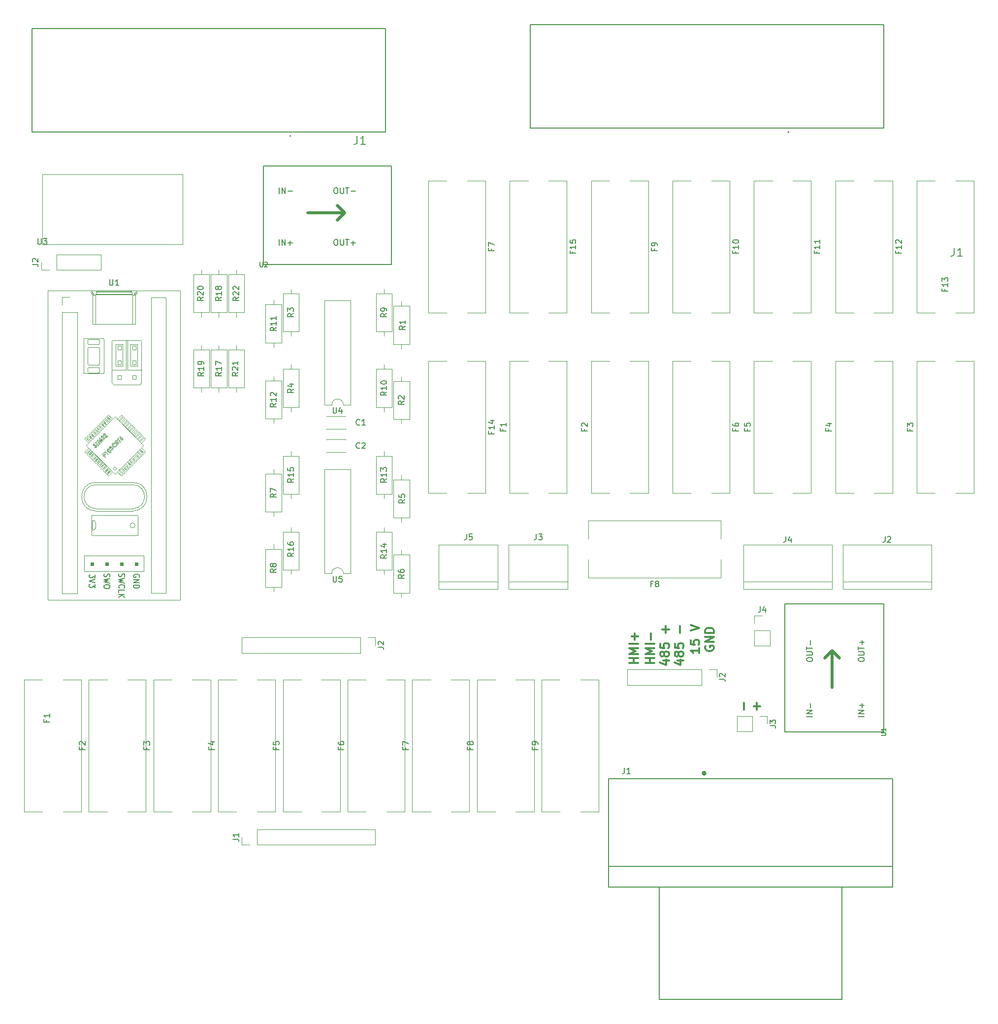
<source format=gbr>
%TF.GenerationSoftware,KiCad,Pcbnew,6.0.4+dfsg-1+b1*%
%TF.CreationDate,2022-05-05T15:10:19-03:00*%
%TF.ProjectId,painel1,7061696e-656c-4312-9e6b-696361645f70,rev?*%
%TF.SameCoordinates,Original*%
%TF.FileFunction,Legend,Top*%
%TF.FilePolarity,Positive*%
%FSLAX46Y46*%
G04 Gerber Fmt 4.6, Leading zero omitted, Abs format (unit mm)*
G04 Created by KiCad (PCBNEW 6.0.4+dfsg-1+b1) date 2022-05-05 15:10:19*
%MOMM*%
%LPD*%
G01*
G04 APERTURE LIST*
%ADD10C,0.300000*%
%ADD11C,0.150000*%
%ADD12C,0.120000*%
%ADD13C,0.400000*%
%ADD14C,0.127000*%
%ADD15C,0.200000*%
%ADD16C,0.100000*%
%ADD17C,0.500000*%
G04 APERTURE END LIST*
D10*
X137481071Y-142571428D02*
X135981071Y-142571428D01*
X136695357Y-142571428D02*
X136695357Y-141714285D01*
X137481071Y-141714285D02*
X135981071Y-141714285D01*
X137481071Y-141000000D02*
X135981071Y-141000000D01*
X137052500Y-140500000D01*
X135981071Y-140000000D01*
X137481071Y-140000000D01*
X137481071Y-139285714D02*
X135981071Y-139285714D01*
X136909642Y-138571428D02*
X136909642Y-137428571D01*
X146260000Y-139642857D02*
X146188571Y-139785714D01*
X146188571Y-140000000D01*
X146260000Y-140214285D01*
X146402857Y-140357142D01*
X146545714Y-140428571D01*
X146831428Y-140500000D01*
X147045714Y-140500000D01*
X147331428Y-140428571D01*
X147474285Y-140357142D01*
X147617142Y-140214285D01*
X147688571Y-140000000D01*
X147688571Y-139857142D01*
X147617142Y-139642857D01*
X147545714Y-139571428D01*
X147045714Y-139571428D01*
X147045714Y-139857142D01*
X147688571Y-138928571D02*
X146188571Y-138928571D01*
X147688571Y-138071428D01*
X146188571Y-138071428D01*
X147688571Y-137357142D02*
X146188571Y-137357142D01*
X146188571Y-137000000D01*
X146260000Y-136785714D01*
X146402857Y-136642857D01*
X146545714Y-136571428D01*
X146831428Y-136500000D01*
X147045714Y-136500000D01*
X147331428Y-136571428D01*
X147474285Y-136642857D01*
X147617142Y-136785714D01*
X147688571Y-137000000D01*
X147688571Y-137357142D01*
X138981071Y-142142857D02*
X139981071Y-142142857D01*
X138409642Y-142500000D02*
X139481071Y-142857142D01*
X139481071Y-141928571D01*
X139123928Y-141142857D02*
X139052500Y-141285714D01*
X138981071Y-141357142D01*
X138838214Y-141428571D01*
X138766785Y-141428571D01*
X138623928Y-141357142D01*
X138552500Y-141285714D01*
X138481071Y-141142857D01*
X138481071Y-140857142D01*
X138552500Y-140714285D01*
X138623928Y-140642857D01*
X138766785Y-140571428D01*
X138838214Y-140571428D01*
X138981071Y-140642857D01*
X139052500Y-140714285D01*
X139123928Y-140857142D01*
X139123928Y-141142857D01*
X139195357Y-141285714D01*
X139266785Y-141357142D01*
X139409642Y-141428571D01*
X139695357Y-141428571D01*
X139838214Y-141357142D01*
X139909642Y-141285714D01*
X139981071Y-141142857D01*
X139981071Y-140857142D01*
X139909642Y-140714285D01*
X139838214Y-140642857D01*
X139695357Y-140571428D01*
X139409642Y-140571428D01*
X139266785Y-140642857D01*
X139195357Y-140714285D01*
X139123928Y-140857142D01*
X138481071Y-139214285D02*
X138481071Y-139928571D01*
X139195357Y-140000000D01*
X139123928Y-139928571D01*
X139052500Y-139785714D01*
X139052500Y-139428571D01*
X139123928Y-139285714D01*
X139195357Y-139214285D01*
X139338214Y-139142857D01*
X139695357Y-139142857D01*
X139838214Y-139214285D01*
X139909642Y-139285714D01*
X139981071Y-139428571D01*
X139981071Y-139785714D01*
X139909642Y-139928571D01*
X139838214Y-140000000D01*
X139409642Y-137357142D02*
X139409642Y-136214285D01*
X139981071Y-136785714D02*
X138838214Y-136785714D01*
X145188571Y-140000000D02*
X145188571Y-140857142D01*
X145188571Y-140428571D02*
X143688571Y-140428571D01*
X143902857Y-140571428D01*
X144045714Y-140714285D01*
X144117142Y-140857142D01*
X143688571Y-138642857D02*
X143688571Y-139357142D01*
X144402857Y-139428571D01*
X144331428Y-139357142D01*
X144260000Y-139214285D01*
X144260000Y-138857142D01*
X144331428Y-138714285D01*
X144402857Y-138642857D01*
X144545714Y-138571428D01*
X144902857Y-138571428D01*
X145045714Y-138642857D01*
X145117142Y-138714285D01*
X145188571Y-138857142D01*
X145188571Y-139214285D01*
X145117142Y-139357142D01*
X145045714Y-139428571D01*
X143688571Y-137000000D02*
X145188571Y-136500000D01*
X143688571Y-136000000D01*
X152909642Y-150571428D02*
X152909642Y-149428571D01*
X155117142Y-150571428D02*
X155117142Y-149428571D01*
X155688571Y-150000000D02*
X154545714Y-150000000D01*
X134688571Y-142571428D02*
X133188571Y-142571428D01*
X133902857Y-142571428D02*
X133902857Y-141714285D01*
X134688571Y-141714285D02*
X133188571Y-141714285D01*
X134688571Y-141000000D02*
X133188571Y-141000000D01*
X134260000Y-140500000D01*
X133188571Y-140000000D01*
X134688571Y-140000000D01*
X134688571Y-139285714D02*
X133188571Y-139285714D01*
X134117142Y-138571428D02*
X134117142Y-137428571D01*
X134688571Y-138000000D02*
X133545714Y-138000000D01*
X141481071Y-142142857D02*
X142481071Y-142142857D01*
X140909642Y-142500000D02*
X141981071Y-142857142D01*
X141981071Y-141928571D01*
X141623928Y-141142857D02*
X141552500Y-141285714D01*
X141481071Y-141357142D01*
X141338214Y-141428571D01*
X141266785Y-141428571D01*
X141123928Y-141357142D01*
X141052500Y-141285714D01*
X140981071Y-141142857D01*
X140981071Y-140857142D01*
X141052500Y-140714285D01*
X141123928Y-140642857D01*
X141266785Y-140571428D01*
X141338214Y-140571428D01*
X141481071Y-140642857D01*
X141552500Y-140714285D01*
X141623928Y-140857142D01*
X141623928Y-141142857D01*
X141695357Y-141285714D01*
X141766785Y-141357142D01*
X141909642Y-141428571D01*
X142195357Y-141428571D01*
X142338214Y-141357142D01*
X142409642Y-141285714D01*
X142481071Y-141142857D01*
X142481071Y-140857142D01*
X142409642Y-140714285D01*
X142338214Y-140642857D01*
X142195357Y-140571428D01*
X141909642Y-140571428D01*
X141766785Y-140642857D01*
X141695357Y-140714285D01*
X141623928Y-140857142D01*
X140981071Y-139214285D02*
X140981071Y-139928571D01*
X141695357Y-140000000D01*
X141623928Y-139928571D01*
X141552500Y-139785714D01*
X141552500Y-139428571D01*
X141623928Y-139285714D01*
X141695357Y-139214285D01*
X141838214Y-139142857D01*
X142195357Y-139142857D01*
X142338214Y-139214285D01*
X142409642Y-139285714D01*
X142481071Y-139428571D01*
X142481071Y-139785714D01*
X142409642Y-139928571D01*
X142338214Y-140000000D01*
X141909642Y-137357142D02*
X141909642Y-136214285D01*
D11*
%TO.C,R5*%
X94559880Y-114464166D02*
X94083690Y-114797500D01*
X94559880Y-115035595D02*
X93559880Y-115035595D01*
X93559880Y-114654642D01*
X93607500Y-114559404D01*
X93655119Y-114511785D01*
X93750357Y-114464166D01*
X93893214Y-114464166D01*
X93988452Y-114511785D01*
X94036071Y-114559404D01*
X94083690Y-114654642D01*
X94083690Y-115035595D01*
X93559880Y-113559404D02*
X93559880Y-114035595D01*
X94036071Y-114083214D01*
X93988452Y-114035595D01*
X93940833Y-113940357D01*
X93940833Y-113702261D01*
X93988452Y-113607023D01*
X94036071Y-113559404D01*
X94131309Y-113511785D01*
X94369404Y-113511785D01*
X94464642Y-113559404D01*
X94512261Y-113607023D01*
X94559880Y-113702261D01*
X94559880Y-113940357D01*
X94512261Y-114035595D01*
X94464642Y-114083214D01*
%TO.C,R3*%
X75429880Y-82464166D02*
X74953690Y-82797500D01*
X75429880Y-83035595D02*
X74429880Y-83035595D01*
X74429880Y-82654642D01*
X74477500Y-82559404D01*
X74525119Y-82511785D01*
X74620357Y-82464166D01*
X74763214Y-82464166D01*
X74858452Y-82511785D01*
X74906071Y-82559404D01*
X74953690Y-82654642D01*
X74953690Y-83035595D01*
X74429880Y-82130833D02*
X74429880Y-81511785D01*
X74810833Y-81845119D01*
X74810833Y-81702261D01*
X74858452Y-81607023D01*
X74906071Y-81559404D01*
X75001309Y-81511785D01*
X75239404Y-81511785D01*
X75334642Y-81559404D01*
X75382261Y-81607023D01*
X75429880Y-81702261D01*
X75429880Y-81987976D01*
X75382261Y-82083214D01*
X75334642Y-82130833D01*
%TO.C,F3*%
X181428571Y-102333333D02*
X181428571Y-102666666D01*
X181952380Y-102666666D02*
X180952380Y-102666666D01*
X180952380Y-102190476D01*
X180952380Y-101904761D02*
X180952380Y-101285714D01*
X181333333Y-101619047D01*
X181333333Y-101476190D01*
X181380952Y-101380952D01*
X181428571Y-101333333D01*
X181523809Y-101285714D01*
X181761904Y-101285714D01*
X181857142Y-101333333D01*
X181904761Y-101380952D01*
X181952380Y-101476190D01*
X181952380Y-101761904D01*
X181904761Y-101857142D01*
X181857142Y-101904761D01*
%TO.C,F4*%
X61303571Y-157083333D02*
X61303571Y-157416666D01*
X61827380Y-157416666D02*
X60827380Y-157416666D01*
X60827380Y-156940476D01*
X61160714Y-156130952D02*
X61827380Y-156130952D01*
X60779761Y-156369047D02*
X61494047Y-156607142D01*
X61494047Y-155988095D01*
%TO.C,J1*%
X132323458Y-160557064D02*
X132323458Y-161272278D01*
X132275777Y-161415320D01*
X132180415Y-161510682D01*
X132037373Y-161558363D01*
X131942011Y-161558363D01*
X133324757Y-161558363D02*
X132752586Y-161558363D01*
X133038672Y-161558363D02*
X133038672Y-160557064D01*
X132943310Y-160700107D01*
X132847948Y-160795469D01*
X132752586Y-160843150D01*
X86362289Y-51981238D02*
X86362289Y-52982673D01*
X86295526Y-53182959D01*
X86162002Y-53316484D01*
X85961715Y-53383246D01*
X85828190Y-53383246D01*
X87764297Y-53383246D02*
X86963149Y-53383246D01*
X87363723Y-53383246D02*
X87363723Y-51981238D01*
X87230198Y-52181525D01*
X87096674Y-52315050D01*
X86963149Y-52381812D01*
%TO.C,F9*%
X137428571Y-71333333D02*
X137428571Y-71666666D01*
X137952380Y-71666666D02*
X136952380Y-71666666D01*
X136952380Y-71190476D01*
X137952380Y-70761904D02*
X137952380Y-70571428D01*
X137904761Y-70476190D01*
X137857142Y-70428571D01*
X137714285Y-70333333D01*
X137523809Y-70285714D01*
X137142857Y-70285714D01*
X137047619Y-70333333D01*
X137000000Y-70380952D01*
X136952380Y-70476190D01*
X136952380Y-70666666D01*
X137000000Y-70761904D01*
X137047619Y-70809523D01*
X137142857Y-70857142D01*
X137380952Y-70857142D01*
X137476190Y-70809523D01*
X137523809Y-70761904D01*
X137571428Y-70666666D01*
X137571428Y-70476190D01*
X137523809Y-70380952D01*
X137476190Y-70333333D01*
X137380952Y-70285714D01*
%TO.C,J1*%
X189004789Y-71232233D02*
X189004789Y-72233668D01*
X188938026Y-72433954D01*
X188804502Y-72567479D01*
X188604215Y-72634241D01*
X188470690Y-72634241D01*
X190406797Y-72634241D02*
X189605649Y-72634241D01*
X190006223Y-72634241D02*
X190006223Y-71232233D01*
X189872698Y-71432520D01*
X189739174Y-71566045D01*
X189605649Y-71632807D01*
%TO.C,R1*%
X94609880Y-84624166D02*
X94133690Y-84957500D01*
X94609880Y-85195595D02*
X93609880Y-85195595D01*
X93609880Y-84814642D01*
X93657500Y-84719404D01*
X93705119Y-84671785D01*
X93800357Y-84624166D01*
X93943214Y-84624166D01*
X94038452Y-84671785D01*
X94086071Y-84719404D01*
X94133690Y-84814642D01*
X94133690Y-85195595D01*
X94609880Y-83671785D02*
X94609880Y-84243214D01*
X94609880Y-83957500D02*
X93609880Y-83957500D01*
X93752738Y-84052738D01*
X93847976Y-84147976D01*
X93895595Y-84243214D01*
%TO.C,R19*%
X59964880Y-92595357D02*
X59488690Y-92928690D01*
X59964880Y-93166785D02*
X58964880Y-93166785D01*
X58964880Y-92785833D01*
X59012500Y-92690595D01*
X59060119Y-92642976D01*
X59155357Y-92595357D01*
X59298214Y-92595357D01*
X59393452Y-92642976D01*
X59441071Y-92690595D01*
X59488690Y-92785833D01*
X59488690Y-93166785D01*
X59964880Y-91642976D02*
X59964880Y-92214404D01*
X59964880Y-91928690D02*
X58964880Y-91928690D01*
X59107738Y-92023928D01*
X59202976Y-92119166D01*
X59250595Y-92214404D01*
X59964880Y-91166785D02*
X59964880Y-90976309D01*
X59917261Y-90881071D01*
X59869642Y-90833452D01*
X59726785Y-90738214D01*
X59536309Y-90690595D01*
X59155357Y-90690595D01*
X59060119Y-90738214D01*
X59012500Y-90785833D01*
X58964880Y-90881071D01*
X58964880Y-91071547D01*
X59012500Y-91166785D01*
X59060119Y-91214404D01*
X59155357Y-91262023D01*
X59393452Y-91262023D01*
X59488690Y-91214404D01*
X59536309Y-91166785D01*
X59583928Y-91071547D01*
X59583928Y-90881071D01*
X59536309Y-90785833D01*
X59488690Y-90738214D01*
X59393452Y-90690595D01*
%TO.C,F8*%
X105803571Y-157083333D02*
X105803571Y-157416666D01*
X106327380Y-157416666D02*
X105327380Y-157416666D01*
X105327380Y-156940476D01*
X105755952Y-156416666D02*
X105708333Y-156511904D01*
X105660714Y-156559523D01*
X105565476Y-156607142D01*
X105517857Y-156607142D01*
X105422619Y-156559523D01*
X105375000Y-156511904D01*
X105327380Y-156416666D01*
X105327380Y-156226190D01*
X105375000Y-156130952D01*
X105422619Y-156083333D01*
X105517857Y-156035714D01*
X105565476Y-156035714D01*
X105660714Y-156083333D01*
X105708333Y-156130952D01*
X105755952Y-156226190D01*
X105755952Y-156416666D01*
X105803571Y-156511904D01*
X105851190Y-156559523D01*
X105946428Y-156607142D01*
X106136904Y-156607142D01*
X106232142Y-156559523D01*
X106279761Y-156511904D01*
X106327380Y-156416666D01*
X106327380Y-156226190D01*
X106279761Y-156130952D01*
X106232142Y-156083333D01*
X106136904Y-156035714D01*
X105946428Y-156035714D01*
X105851190Y-156083333D01*
X105803571Y-156130952D01*
X105755952Y-156226190D01*
%TO.C,F9*%
X116928571Y-157083333D02*
X116928571Y-157416666D01*
X117452380Y-157416666D02*
X116452380Y-157416666D01*
X116452380Y-156940476D01*
X117452380Y-156511904D02*
X117452380Y-156321428D01*
X117404761Y-156226190D01*
X117357142Y-156178571D01*
X117214285Y-156083333D01*
X117023809Y-156035714D01*
X116642857Y-156035714D01*
X116547619Y-156083333D01*
X116500000Y-156130952D01*
X116452380Y-156226190D01*
X116452380Y-156416666D01*
X116500000Y-156511904D01*
X116547619Y-156559523D01*
X116642857Y-156607142D01*
X116880952Y-156607142D01*
X116976190Y-156559523D01*
X117023809Y-156511904D01*
X117071428Y-156416666D01*
X117071428Y-156226190D01*
X117023809Y-156130952D01*
X116976190Y-156083333D01*
X116880952Y-156035714D01*
%TO.C,R4*%
X75429880Y-95464166D02*
X74953690Y-95797500D01*
X75429880Y-96035595D02*
X74429880Y-96035595D01*
X74429880Y-95654642D01*
X74477500Y-95559404D01*
X74525119Y-95511785D01*
X74620357Y-95464166D01*
X74763214Y-95464166D01*
X74858452Y-95511785D01*
X74906071Y-95559404D01*
X74953690Y-95654642D01*
X74953690Y-96035595D01*
X74763214Y-94607023D02*
X75429880Y-94607023D01*
X74382261Y-94845119D02*
X75096547Y-95083214D01*
X75096547Y-94464166D01*
%TO.C,F10*%
X151428571Y-71809523D02*
X151428571Y-72142857D01*
X151952380Y-72142857D02*
X150952380Y-72142857D01*
X150952380Y-71666666D01*
X151952380Y-70761904D02*
X151952380Y-71333333D01*
X151952380Y-71047619D02*
X150952380Y-71047619D01*
X151095238Y-71142857D01*
X151190476Y-71238095D01*
X151238095Y-71333333D01*
X150952380Y-70142857D02*
X150952380Y-70047619D01*
X151000000Y-69952380D01*
X151047619Y-69904761D01*
X151142857Y-69857142D01*
X151333333Y-69809523D01*
X151571428Y-69809523D01*
X151761904Y-69857142D01*
X151857142Y-69904761D01*
X151904761Y-69952380D01*
X151952380Y-70047619D01*
X151952380Y-70142857D01*
X151904761Y-70238095D01*
X151857142Y-70285714D01*
X151761904Y-70333333D01*
X151571428Y-70380952D01*
X151333333Y-70380952D01*
X151142857Y-70333333D01*
X151047619Y-70285714D01*
X151000000Y-70238095D01*
X150952380Y-70142857D01*
%TO.C,U1*%
X43800595Y-76624880D02*
X43800595Y-77434404D01*
X43848214Y-77529642D01*
X43895833Y-77577261D01*
X43991071Y-77624880D01*
X44181547Y-77624880D01*
X44276785Y-77577261D01*
X44324404Y-77529642D01*
X44372023Y-77434404D01*
X44372023Y-76624880D01*
X45372023Y-77624880D02*
X44800595Y-77624880D01*
X45086309Y-77624880D02*
X45086309Y-76624880D01*
X44991071Y-76767738D01*
X44895833Y-76862976D01*
X44800595Y-76910595D01*
X42887738Y-127237642D02*
X42840119Y-127366214D01*
X42840119Y-127580500D01*
X42887738Y-127666214D01*
X42935357Y-127709071D01*
X43030595Y-127751928D01*
X43125833Y-127751928D01*
X43221071Y-127709071D01*
X43268690Y-127666214D01*
X43316309Y-127580500D01*
X43363928Y-127409071D01*
X43411547Y-127323357D01*
X43459166Y-127280500D01*
X43554404Y-127237642D01*
X43649642Y-127237642D01*
X43744880Y-127280500D01*
X43792500Y-127323357D01*
X43840119Y-127409071D01*
X43840119Y-127623357D01*
X43792500Y-127751928D01*
X43840119Y-128051928D02*
X42840119Y-128266214D01*
X43554404Y-128437642D01*
X42840119Y-128609071D01*
X43840119Y-128823357D01*
X43840119Y-129337642D02*
X43840119Y-129509071D01*
X43792500Y-129594785D01*
X43697261Y-129680500D01*
X43506785Y-129723357D01*
X43173452Y-129723357D01*
X42982976Y-129680500D01*
X42887738Y-129594785D01*
X42840119Y-129509071D01*
X42840119Y-129337642D01*
X42887738Y-129251928D01*
X42982976Y-129166214D01*
X43173452Y-129123357D01*
X43506785Y-129123357D01*
X43697261Y-129166214D01*
X43792500Y-129251928D01*
X43840119Y-129337642D01*
X45427738Y-127206785D02*
X45380119Y-127335357D01*
X45380119Y-127549642D01*
X45427738Y-127635357D01*
X45475357Y-127678214D01*
X45570595Y-127721071D01*
X45665833Y-127721071D01*
X45761071Y-127678214D01*
X45808690Y-127635357D01*
X45856309Y-127549642D01*
X45903928Y-127378214D01*
X45951547Y-127292500D01*
X45999166Y-127249642D01*
X46094404Y-127206785D01*
X46189642Y-127206785D01*
X46284880Y-127249642D01*
X46332500Y-127292500D01*
X46380119Y-127378214D01*
X46380119Y-127592500D01*
X46332500Y-127721071D01*
X46380119Y-128021071D02*
X45380119Y-128235357D01*
X46094404Y-128406785D01*
X45380119Y-128578214D01*
X46380119Y-128792500D01*
X45475357Y-129649642D02*
X45427738Y-129606785D01*
X45380119Y-129478214D01*
X45380119Y-129392500D01*
X45427738Y-129263928D01*
X45522976Y-129178214D01*
X45618214Y-129135357D01*
X45808690Y-129092500D01*
X45951547Y-129092500D01*
X46142023Y-129135357D01*
X46237261Y-129178214D01*
X46332500Y-129263928D01*
X46380119Y-129392500D01*
X46380119Y-129478214D01*
X46332500Y-129606785D01*
X46284880Y-129649642D01*
X45380119Y-130463928D02*
X45380119Y-130035357D01*
X46380119Y-130035357D01*
X45380119Y-130763928D02*
X46380119Y-130763928D01*
X45380119Y-131278214D02*
X45951547Y-130892500D01*
X46380119Y-131278214D02*
X45808690Y-130763928D01*
X48872500Y-127794785D02*
X48920119Y-127709071D01*
X48920119Y-127580500D01*
X48872500Y-127451928D01*
X48777261Y-127366214D01*
X48682023Y-127323357D01*
X48491547Y-127280500D01*
X48348690Y-127280500D01*
X48158214Y-127323357D01*
X48062976Y-127366214D01*
X47967738Y-127451928D01*
X47920119Y-127580500D01*
X47920119Y-127666214D01*
X47967738Y-127794785D01*
X48015357Y-127837642D01*
X48348690Y-127837642D01*
X48348690Y-127666214D01*
X47920119Y-128223357D02*
X48920119Y-128223357D01*
X47920119Y-128737642D01*
X48920119Y-128737642D01*
X47920119Y-129166214D02*
X48920119Y-129166214D01*
X48920119Y-129380500D01*
X48872500Y-129509071D01*
X48777261Y-129594785D01*
X48682023Y-129637642D01*
X48491547Y-129680500D01*
X48348690Y-129680500D01*
X48158214Y-129637642D01*
X48062976Y-129594785D01*
X47967738Y-129509071D01*
X47920119Y-129380500D01*
X47920119Y-129166214D01*
X41300119Y-127366214D02*
X41300119Y-127923357D01*
X40919166Y-127623357D01*
X40919166Y-127751928D01*
X40871547Y-127837642D01*
X40823928Y-127880500D01*
X40728690Y-127923357D01*
X40490595Y-127923357D01*
X40395357Y-127880500D01*
X40347738Y-127837642D01*
X40300119Y-127751928D01*
X40300119Y-127494785D01*
X40347738Y-127409071D01*
X40395357Y-127366214D01*
X41300119Y-128180500D02*
X40300119Y-128480500D01*
X41300119Y-128780500D01*
X41300119Y-128994785D02*
X41300119Y-129551928D01*
X40919166Y-129251928D01*
X40919166Y-129380500D01*
X40871547Y-129466214D01*
X40823928Y-129509071D01*
X40728690Y-129551928D01*
X40490595Y-129551928D01*
X40395357Y-129509071D01*
X40347738Y-129466214D01*
X40300119Y-129380500D01*
X40300119Y-129123357D01*
X40347738Y-129037642D01*
X40395357Y-128994785D01*
%TO.C,J3*%
X117166666Y-120372380D02*
X117166666Y-121086666D01*
X117119047Y-121229523D01*
X117023809Y-121324761D01*
X116880952Y-121372380D01*
X116785714Y-121372380D01*
X117547619Y-120372380D02*
X118166666Y-120372380D01*
X117833333Y-120753333D01*
X117976190Y-120753333D01*
X118071428Y-120800952D01*
X118119047Y-120848571D01*
X118166666Y-120943809D01*
X118166666Y-121181904D01*
X118119047Y-121277142D01*
X118071428Y-121324761D01*
X117976190Y-121372380D01*
X117690476Y-121372380D01*
X117595238Y-121324761D01*
X117547619Y-121277142D01*
%TO.C,F2*%
X39053571Y-157083333D02*
X39053571Y-157416666D01*
X39577380Y-157416666D02*
X38577380Y-157416666D01*
X38577380Y-156940476D01*
X38672619Y-156607142D02*
X38625000Y-156559523D01*
X38577380Y-156464285D01*
X38577380Y-156226190D01*
X38625000Y-156130952D01*
X38672619Y-156083333D01*
X38767857Y-156035714D01*
X38863095Y-156035714D01*
X39005952Y-156083333D01*
X39577380Y-156654761D01*
X39577380Y-156035714D01*
%TO.C,R6*%
X94429880Y-127384166D02*
X93953690Y-127717500D01*
X94429880Y-127955595D02*
X93429880Y-127955595D01*
X93429880Y-127574642D01*
X93477500Y-127479404D01*
X93525119Y-127431785D01*
X93620357Y-127384166D01*
X93763214Y-127384166D01*
X93858452Y-127431785D01*
X93906071Y-127479404D01*
X93953690Y-127574642D01*
X93953690Y-127955595D01*
X93429880Y-126527023D02*
X93429880Y-126717500D01*
X93477500Y-126812738D01*
X93525119Y-126860357D01*
X93667976Y-126955595D01*
X93858452Y-127003214D01*
X94239404Y-127003214D01*
X94334642Y-126955595D01*
X94382261Y-126907976D01*
X94429880Y-126812738D01*
X94429880Y-126622261D01*
X94382261Y-126527023D01*
X94334642Y-126479404D01*
X94239404Y-126431785D01*
X94001309Y-126431785D01*
X93906071Y-126479404D01*
X93858452Y-126527023D01*
X93810833Y-126622261D01*
X93810833Y-126812738D01*
X93858452Y-126907976D01*
X93906071Y-126955595D01*
X94001309Y-127003214D01*
%TO.C,F4*%
X167428571Y-102333333D02*
X167428571Y-102666666D01*
X167952380Y-102666666D02*
X166952380Y-102666666D01*
X166952380Y-102190476D01*
X167285714Y-101380952D02*
X167952380Y-101380952D01*
X166904761Y-101619047D02*
X167619047Y-101857142D01*
X167619047Y-101238095D01*
%TO.C,F3*%
X50178571Y-157083333D02*
X50178571Y-157416666D01*
X50702380Y-157416666D02*
X49702380Y-157416666D01*
X49702380Y-156940476D01*
X49702380Y-156654761D02*
X49702380Y-156035714D01*
X50083333Y-156369047D01*
X50083333Y-156226190D01*
X50130952Y-156130952D01*
X50178571Y-156083333D01*
X50273809Y-156035714D01*
X50511904Y-156035714D01*
X50607142Y-156083333D01*
X50654761Y-156130952D01*
X50702380Y-156226190D01*
X50702380Y-156511904D01*
X50654761Y-156607142D01*
X50607142Y-156654761D01*
%TO.C,R2*%
X94429880Y-97544166D02*
X93953690Y-97877500D01*
X94429880Y-98115595D02*
X93429880Y-98115595D01*
X93429880Y-97734642D01*
X93477500Y-97639404D01*
X93525119Y-97591785D01*
X93620357Y-97544166D01*
X93763214Y-97544166D01*
X93858452Y-97591785D01*
X93906071Y-97639404D01*
X93953690Y-97734642D01*
X93953690Y-98115595D01*
X93525119Y-97163214D02*
X93477500Y-97115595D01*
X93429880Y-97020357D01*
X93429880Y-96782261D01*
X93477500Y-96687023D01*
X93525119Y-96639404D01*
X93620357Y-96591785D01*
X93715595Y-96591785D01*
X93858452Y-96639404D01*
X94429880Y-97210833D01*
X94429880Y-96591785D01*
%TO.C,R15*%
X75429880Y-110860357D02*
X74953690Y-111193690D01*
X75429880Y-111431785D02*
X74429880Y-111431785D01*
X74429880Y-111050833D01*
X74477500Y-110955595D01*
X74525119Y-110907976D01*
X74620357Y-110860357D01*
X74763214Y-110860357D01*
X74858452Y-110907976D01*
X74906071Y-110955595D01*
X74953690Y-111050833D01*
X74953690Y-111431785D01*
X75429880Y-109907976D02*
X75429880Y-110479404D01*
X75429880Y-110193690D02*
X74429880Y-110193690D01*
X74572738Y-110288928D01*
X74667976Y-110384166D01*
X74715595Y-110479404D01*
X74429880Y-109003214D02*
X74429880Y-109479404D01*
X74906071Y-109527023D01*
X74858452Y-109479404D01*
X74810833Y-109384166D01*
X74810833Y-109146071D01*
X74858452Y-109050833D01*
X74906071Y-109003214D01*
X75001309Y-108955595D01*
X75239404Y-108955595D01*
X75334642Y-109003214D01*
X75382261Y-109050833D01*
X75429880Y-109146071D01*
X75429880Y-109384166D01*
X75382261Y-109479404D01*
X75334642Y-109527023D01*
%TO.C,F8*%
X137166666Y-128928571D02*
X136833333Y-128928571D01*
X136833333Y-129452380D02*
X136833333Y-128452380D01*
X137309523Y-128452380D01*
X137833333Y-128880952D02*
X137738095Y-128833333D01*
X137690476Y-128785714D01*
X137642857Y-128690476D01*
X137642857Y-128642857D01*
X137690476Y-128547619D01*
X137738095Y-128500000D01*
X137833333Y-128452380D01*
X138023809Y-128452380D01*
X138119047Y-128500000D01*
X138166666Y-128547619D01*
X138214285Y-128642857D01*
X138214285Y-128690476D01*
X138166666Y-128785714D01*
X138119047Y-128833333D01*
X138023809Y-128880952D01*
X137833333Y-128880952D01*
X137738095Y-128928571D01*
X137690476Y-128976190D01*
X137642857Y-129071428D01*
X137642857Y-129261904D01*
X137690476Y-129357142D01*
X137738095Y-129404761D01*
X137833333Y-129452380D01*
X138023809Y-129452380D01*
X138119047Y-129404761D01*
X138166666Y-129357142D01*
X138214285Y-129261904D01*
X138214285Y-129071428D01*
X138166666Y-128976190D01*
X138119047Y-128928571D01*
X138023809Y-128880952D01*
%TO.C,U3*%
X31450595Y-69572380D02*
X31450595Y-70381904D01*
X31498214Y-70477142D01*
X31545833Y-70524761D01*
X31641071Y-70572380D01*
X31831547Y-70572380D01*
X31926785Y-70524761D01*
X31974404Y-70477142D01*
X32022023Y-70381904D01*
X32022023Y-69572380D01*
X32402976Y-69572380D02*
X33022023Y-69572380D01*
X32688690Y-69953333D01*
X32831547Y-69953333D01*
X32926785Y-70000952D01*
X32974404Y-70048571D01*
X33022023Y-70143809D01*
X33022023Y-70381904D01*
X32974404Y-70477142D01*
X32926785Y-70524761D01*
X32831547Y-70572380D01*
X32545833Y-70572380D01*
X32450595Y-70524761D01*
X32402976Y-70477142D01*
%TO.C,R20*%
X59914880Y-79675357D02*
X59438690Y-80008690D01*
X59914880Y-80246785D02*
X58914880Y-80246785D01*
X58914880Y-79865833D01*
X58962500Y-79770595D01*
X59010119Y-79722976D01*
X59105357Y-79675357D01*
X59248214Y-79675357D01*
X59343452Y-79722976D01*
X59391071Y-79770595D01*
X59438690Y-79865833D01*
X59438690Y-80246785D01*
X59010119Y-79294404D02*
X58962500Y-79246785D01*
X58914880Y-79151547D01*
X58914880Y-78913452D01*
X58962500Y-78818214D01*
X59010119Y-78770595D01*
X59105357Y-78722976D01*
X59200595Y-78722976D01*
X59343452Y-78770595D01*
X59914880Y-79342023D01*
X59914880Y-78722976D01*
X58914880Y-78103928D02*
X58914880Y-78008690D01*
X58962500Y-77913452D01*
X59010119Y-77865833D01*
X59105357Y-77818214D01*
X59295833Y-77770595D01*
X59533928Y-77770595D01*
X59724404Y-77818214D01*
X59819642Y-77865833D01*
X59867261Y-77913452D01*
X59914880Y-78008690D01*
X59914880Y-78103928D01*
X59867261Y-78199166D01*
X59819642Y-78246785D01*
X59724404Y-78294404D01*
X59533928Y-78342023D01*
X59295833Y-78342023D01*
X59105357Y-78294404D01*
X59010119Y-78246785D01*
X58962500Y-78199166D01*
X58914880Y-78103928D01*
%TO.C,R7*%
X72429880Y-113464166D02*
X71953690Y-113797500D01*
X72429880Y-114035595D02*
X71429880Y-114035595D01*
X71429880Y-113654642D01*
X71477500Y-113559404D01*
X71525119Y-113511785D01*
X71620357Y-113464166D01*
X71763214Y-113464166D01*
X71858452Y-113511785D01*
X71906071Y-113559404D01*
X71953690Y-113654642D01*
X71953690Y-114035595D01*
X71429880Y-113130833D02*
X71429880Y-112464166D01*
X72429880Y-112892738D01*
%TO.C,C1*%
X86810833Y-101574642D02*
X86763214Y-101622261D01*
X86620357Y-101669880D01*
X86525119Y-101669880D01*
X86382261Y-101622261D01*
X86287023Y-101527023D01*
X86239404Y-101431785D01*
X86191785Y-101241309D01*
X86191785Y-101098452D01*
X86239404Y-100907976D01*
X86287023Y-100812738D01*
X86382261Y-100717500D01*
X86525119Y-100669880D01*
X86620357Y-100669880D01*
X86763214Y-100717500D01*
X86810833Y-100765119D01*
X87763214Y-101669880D02*
X87191785Y-101669880D01*
X87477500Y-101669880D02*
X87477500Y-100669880D01*
X87382261Y-100812738D01*
X87287023Y-100907976D01*
X87191785Y-100955595D01*
%TO.C,J1*%
X64972380Y-172833333D02*
X65686666Y-172833333D01*
X65829523Y-172880952D01*
X65924761Y-172976190D01*
X65972380Y-173119047D01*
X65972380Y-173214285D01*
X65972380Y-171833333D02*
X65972380Y-172404761D01*
X65972380Y-172119047D02*
X64972380Y-172119047D01*
X65115238Y-172214285D01*
X65210476Y-172309523D01*
X65258095Y-172404761D01*
%TO.C,R12*%
X72429880Y-97940357D02*
X71953690Y-98273690D01*
X72429880Y-98511785D02*
X71429880Y-98511785D01*
X71429880Y-98130833D01*
X71477500Y-98035595D01*
X71525119Y-97987976D01*
X71620357Y-97940357D01*
X71763214Y-97940357D01*
X71858452Y-97987976D01*
X71906071Y-98035595D01*
X71953690Y-98130833D01*
X71953690Y-98511785D01*
X72429880Y-96987976D02*
X72429880Y-97559404D01*
X72429880Y-97273690D02*
X71429880Y-97273690D01*
X71572738Y-97368928D01*
X71667976Y-97464166D01*
X71715595Y-97559404D01*
X71525119Y-96607023D02*
X71477500Y-96559404D01*
X71429880Y-96464166D01*
X71429880Y-96226071D01*
X71477500Y-96130833D01*
X71525119Y-96083214D01*
X71620357Y-96035595D01*
X71715595Y-96035595D01*
X71858452Y-96083214D01*
X72429880Y-96654642D01*
X72429880Y-96035595D01*
%TO.C,R21*%
X65864880Y-92595357D02*
X65388690Y-92928690D01*
X65864880Y-93166785D02*
X64864880Y-93166785D01*
X64864880Y-92785833D01*
X64912500Y-92690595D01*
X64960119Y-92642976D01*
X65055357Y-92595357D01*
X65198214Y-92595357D01*
X65293452Y-92642976D01*
X65341071Y-92690595D01*
X65388690Y-92785833D01*
X65388690Y-93166785D01*
X64960119Y-92214404D02*
X64912500Y-92166785D01*
X64864880Y-92071547D01*
X64864880Y-91833452D01*
X64912500Y-91738214D01*
X64960119Y-91690595D01*
X65055357Y-91642976D01*
X65150595Y-91642976D01*
X65293452Y-91690595D01*
X65864880Y-92262023D01*
X65864880Y-91642976D01*
X65864880Y-90690595D02*
X65864880Y-91262023D01*
X65864880Y-90976309D02*
X64864880Y-90976309D01*
X65007738Y-91071547D01*
X65102976Y-91166785D01*
X65150595Y-91262023D01*
%TO.C,F5*%
X72428571Y-157083333D02*
X72428571Y-157416666D01*
X72952380Y-157416666D02*
X71952380Y-157416666D01*
X71952380Y-156940476D01*
X71952380Y-156083333D02*
X71952380Y-156559523D01*
X72428571Y-156607142D01*
X72380952Y-156559523D01*
X72333333Y-156464285D01*
X72333333Y-156226190D01*
X72380952Y-156130952D01*
X72428571Y-156083333D01*
X72523809Y-156035714D01*
X72761904Y-156035714D01*
X72857142Y-156083333D01*
X72904761Y-156130952D01*
X72952380Y-156226190D01*
X72952380Y-156464285D01*
X72904761Y-156559523D01*
X72857142Y-156607142D01*
%TO.C,F1*%
X32928571Y-152333333D02*
X32928571Y-152666666D01*
X33452380Y-152666666D02*
X32452380Y-152666666D01*
X32452380Y-152190476D01*
X33452380Y-151285714D02*
X33452380Y-151857142D01*
X33452380Y-151571428D02*
X32452380Y-151571428D01*
X32595238Y-151666666D01*
X32690476Y-151761904D01*
X32738095Y-151857142D01*
%TO.C,R22*%
X66014880Y-79675357D02*
X65538690Y-80008690D01*
X66014880Y-80246785D02*
X65014880Y-80246785D01*
X65014880Y-79865833D01*
X65062500Y-79770595D01*
X65110119Y-79722976D01*
X65205357Y-79675357D01*
X65348214Y-79675357D01*
X65443452Y-79722976D01*
X65491071Y-79770595D01*
X65538690Y-79865833D01*
X65538690Y-80246785D01*
X65110119Y-79294404D02*
X65062500Y-79246785D01*
X65014880Y-79151547D01*
X65014880Y-78913452D01*
X65062500Y-78818214D01*
X65110119Y-78770595D01*
X65205357Y-78722976D01*
X65300595Y-78722976D01*
X65443452Y-78770595D01*
X66014880Y-79342023D01*
X66014880Y-78722976D01*
X65110119Y-78342023D02*
X65062500Y-78294404D01*
X65014880Y-78199166D01*
X65014880Y-77961071D01*
X65062500Y-77865833D01*
X65110119Y-77818214D01*
X65205357Y-77770595D01*
X65300595Y-77770595D01*
X65443452Y-77818214D01*
X66014880Y-78389642D01*
X66014880Y-77770595D01*
%TO.C,R13*%
X91429880Y-110860357D02*
X90953690Y-111193690D01*
X91429880Y-111431785D02*
X90429880Y-111431785D01*
X90429880Y-111050833D01*
X90477500Y-110955595D01*
X90525119Y-110907976D01*
X90620357Y-110860357D01*
X90763214Y-110860357D01*
X90858452Y-110907976D01*
X90906071Y-110955595D01*
X90953690Y-111050833D01*
X90953690Y-111431785D01*
X91429880Y-109907976D02*
X91429880Y-110479404D01*
X91429880Y-110193690D02*
X90429880Y-110193690D01*
X90572738Y-110288928D01*
X90667976Y-110384166D01*
X90715595Y-110479404D01*
X90429880Y-109574642D02*
X90429880Y-108955595D01*
X90810833Y-109288928D01*
X90810833Y-109146071D01*
X90858452Y-109050833D01*
X90906071Y-109003214D01*
X91001309Y-108955595D01*
X91239404Y-108955595D01*
X91334642Y-109003214D01*
X91382261Y-109050833D01*
X91429880Y-109146071D01*
X91429880Y-109431785D01*
X91382261Y-109527023D01*
X91334642Y-109574642D01*
%TO.C,J2*%
X89932380Y-139833333D02*
X90646666Y-139833333D01*
X90789523Y-139880952D01*
X90884761Y-139976190D01*
X90932380Y-140119047D01*
X90932380Y-140214285D01*
X90027619Y-139404761D02*
X89980000Y-139357142D01*
X89932380Y-139261904D01*
X89932380Y-139023809D01*
X89980000Y-138928571D01*
X90027619Y-138880952D01*
X90122857Y-138833333D01*
X90218095Y-138833333D01*
X90360952Y-138880952D01*
X90932380Y-139452380D01*
X90932380Y-138833333D01*
%TO.C,U1*%
X176485553Y-155006675D02*
X177122974Y-155006675D01*
X177197965Y-154969180D01*
X177235460Y-154931684D01*
X177272955Y-154856694D01*
X177272955Y-154706712D01*
X177235460Y-154631722D01*
X177197965Y-154594226D01*
X177122974Y-154556731D01*
X176485553Y-154556731D01*
X177272955Y-153769329D02*
X177272955Y-154219273D01*
X177272955Y-153994301D02*
X176485553Y-153994301D01*
X176598039Y-154069292D01*
X176673030Y-154144282D01*
X176710525Y-154219273D01*
X163669130Y-142055797D02*
X163669130Y-141865321D01*
X163716750Y-141770083D01*
X163811988Y-141674845D01*
X164002464Y-141627226D01*
X164335797Y-141627226D01*
X164526273Y-141674845D01*
X164621511Y-141770083D01*
X164669130Y-141865321D01*
X164669130Y-142055797D01*
X164621511Y-142151035D01*
X164526273Y-142246273D01*
X164335797Y-142293892D01*
X164002464Y-142293892D01*
X163811988Y-142246273D01*
X163716750Y-142151035D01*
X163669130Y-142055797D01*
X163669130Y-141198654D02*
X164478654Y-141198654D01*
X164573892Y-141151035D01*
X164621511Y-141103416D01*
X164669130Y-141008178D01*
X164669130Y-140817702D01*
X164621511Y-140722464D01*
X164573892Y-140674845D01*
X164478654Y-140627226D01*
X163669130Y-140627226D01*
X163669130Y-140293892D02*
X163669130Y-139722464D01*
X164669130Y-140008178D02*
X163669130Y-140008178D01*
X164288178Y-139389130D02*
X164288178Y-138627226D01*
X164669130Y-151739607D02*
X163669130Y-151739607D01*
X164669130Y-151263416D02*
X163669130Y-151263416D01*
X164669130Y-150691988D01*
X163669130Y-150691988D01*
X164288178Y-150215797D02*
X164288178Y-149453892D01*
X172559130Y-142055797D02*
X172559130Y-141865321D01*
X172606750Y-141770083D01*
X172701988Y-141674845D01*
X172892464Y-141627226D01*
X173225797Y-141627226D01*
X173416273Y-141674845D01*
X173511511Y-141770083D01*
X173559130Y-141865321D01*
X173559130Y-142055797D01*
X173511511Y-142151035D01*
X173416273Y-142246273D01*
X173225797Y-142293892D01*
X172892464Y-142293892D01*
X172701988Y-142246273D01*
X172606750Y-142151035D01*
X172559130Y-142055797D01*
X172559130Y-141198654D02*
X173368654Y-141198654D01*
X173463892Y-141151035D01*
X173511511Y-141103416D01*
X173559130Y-141008178D01*
X173559130Y-140817702D01*
X173511511Y-140722464D01*
X173463892Y-140674845D01*
X173368654Y-140627226D01*
X172559130Y-140627226D01*
X172559130Y-140293892D02*
X172559130Y-139722464D01*
X173559130Y-140008178D02*
X172559130Y-140008178D01*
X173178178Y-139389130D02*
X173178178Y-138627226D01*
X173559130Y-139008178D02*
X172797226Y-139008178D01*
X173559130Y-151739607D02*
X172559130Y-151739607D01*
X173559130Y-151263416D02*
X172559130Y-151263416D01*
X173559130Y-150691988D01*
X172559130Y-150691988D01*
X173178178Y-150215797D02*
X173178178Y-149453892D01*
X173559130Y-149834845D02*
X172797226Y-149834845D01*
%TO.C,U2*%
X69675824Y-73658053D02*
X69675824Y-74295474D01*
X69713320Y-74370465D01*
X69750815Y-74407960D01*
X69825806Y-74445455D01*
X69975787Y-74445455D01*
X70050778Y-74407960D01*
X70088273Y-74370465D01*
X70125768Y-74295474D01*
X70125768Y-73658053D01*
X70463226Y-73733044D02*
X70500722Y-73695549D01*
X70575712Y-73658053D01*
X70763189Y-73658053D01*
X70838180Y-73695549D01*
X70875675Y-73733044D01*
X70913170Y-73808035D01*
X70913170Y-73883025D01*
X70875675Y-73995511D01*
X70425731Y-74445455D01*
X70913170Y-74445455D01*
X82626702Y-69731630D02*
X82817178Y-69731630D01*
X82912416Y-69779250D01*
X83007654Y-69874488D01*
X83055273Y-70064964D01*
X83055273Y-70398297D01*
X83007654Y-70588773D01*
X82912416Y-70684011D01*
X82817178Y-70731630D01*
X82626702Y-70731630D01*
X82531464Y-70684011D01*
X82436226Y-70588773D01*
X82388607Y-70398297D01*
X82388607Y-70064964D01*
X82436226Y-69874488D01*
X82531464Y-69779250D01*
X82626702Y-69731630D01*
X83483845Y-69731630D02*
X83483845Y-70541154D01*
X83531464Y-70636392D01*
X83579083Y-70684011D01*
X83674321Y-70731630D01*
X83864797Y-70731630D01*
X83960035Y-70684011D01*
X84007654Y-70636392D01*
X84055273Y-70541154D01*
X84055273Y-69731630D01*
X84388607Y-69731630D02*
X84960035Y-69731630D01*
X84674321Y-70731630D02*
X84674321Y-69731630D01*
X85293369Y-70350678D02*
X86055273Y-70350678D01*
X85674321Y-70731630D02*
X85674321Y-69969726D01*
X72942892Y-70731630D02*
X72942892Y-69731630D01*
X73419083Y-70731630D02*
X73419083Y-69731630D01*
X73990511Y-70731630D01*
X73990511Y-69731630D01*
X74466702Y-70350678D02*
X75228607Y-70350678D01*
X74847654Y-70731630D02*
X74847654Y-69969726D01*
X82626702Y-60841630D02*
X82817178Y-60841630D01*
X82912416Y-60889250D01*
X83007654Y-60984488D01*
X83055273Y-61174964D01*
X83055273Y-61508297D01*
X83007654Y-61698773D01*
X82912416Y-61794011D01*
X82817178Y-61841630D01*
X82626702Y-61841630D01*
X82531464Y-61794011D01*
X82436226Y-61698773D01*
X82388607Y-61508297D01*
X82388607Y-61174964D01*
X82436226Y-60984488D01*
X82531464Y-60889250D01*
X82626702Y-60841630D01*
X83483845Y-60841630D02*
X83483845Y-61651154D01*
X83531464Y-61746392D01*
X83579083Y-61794011D01*
X83674321Y-61841630D01*
X83864797Y-61841630D01*
X83960035Y-61794011D01*
X84007654Y-61746392D01*
X84055273Y-61651154D01*
X84055273Y-60841630D01*
X84388607Y-60841630D02*
X84960035Y-60841630D01*
X84674321Y-61841630D02*
X84674321Y-60841630D01*
X85293369Y-61460678D02*
X86055273Y-61460678D01*
X72942892Y-61841630D02*
X72942892Y-60841630D01*
X73419083Y-61841630D02*
X73419083Y-60841630D01*
X73990511Y-61841630D01*
X73990511Y-60841630D01*
X74466702Y-61460678D02*
X75228607Y-61460678D01*
%TO.C,R16*%
X75429880Y-123630357D02*
X74953690Y-123963690D01*
X75429880Y-124201785D02*
X74429880Y-124201785D01*
X74429880Y-123820833D01*
X74477500Y-123725595D01*
X74525119Y-123677976D01*
X74620357Y-123630357D01*
X74763214Y-123630357D01*
X74858452Y-123677976D01*
X74906071Y-123725595D01*
X74953690Y-123820833D01*
X74953690Y-124201785D01*
X75429880Y-122677976D02*
X75429880Y-123249404D01*
X75429880Y-122963690D02*
X74429880Y-122963690D01*
X74572738Y-123058928D01*
X74667976Y-123154166D01*
X74715595Y-123249404D01*
X74429880Y-121820833D02*
X74429880Y-122011309D01*
X74477500Y-122106547D01*
X74525119Y-122154166D01*
X74667976Y-122249404D01*
X74858452Y-122297023D01*
X75239404Y-122297023D01*
X75334642Y-122249404D01*
X75382261Y-122201785D01*
X75429880Y-122106547D01*
X75429880Y-121916071D01*
X75382261Y-121820833D01*
X75334642Y-121773214D01*
X75239404Y-121725595D01*
X75001309Y-121725595D01*
X74906071Y-121773214D01*
X74858452Y-121820833D01*
X74810833Y-121916071D01*
X74810833Y-122106547D01*
X74858452Y-122201785D01*
X74906071Y-122249404D01*
X75001309Y-122297023D01*
%TO.C,F6*%
X151428571Y-102333333D02*
X151428571Y-102666666D01*
X151952380Y-102666666D02*
X150952380Y-102666666D01*
X150952380Y-102190476D01*
X150952380Y-101380952D02*
X150952380Y-101571428D01*
X151000000Y-101666666D01*
X151047619Y-101714285D01*
X151190476Y-101809523D01*
X151380952Y-101857142D01*
X151761904Y-101857142D01*
X151857142Y-101809523D01*
X151904761Y-101761904D01*
X151952380Y-101666666D01*
X151952380Y-101476190D01*
X151904761Y-101380952D01*
X151857142Y-101333333D01*
X151761904Y-101285714D01*
X151523809Y-101285714D01*
X151428571Y-101333333D01*
X151380952Y-101380952D01*
X151333333Y-101476190D01*
X151333333Y-101666666D01*
X151380952Y-101761904D01*
X151428571Y-101809523D01*
X151523809Y-101857142D01*
%TO.C,F11*%
X165428571Y-71809523D02*
X165428571Y-72142857D01*
X165952380Y-72142857D02*
X164952380Y-72142857D01*
X164952380Y-71666666D01*
X165952380Y-70761904D02*
X165952380Y-71333333D01*
X165952380Y-71047619D02*
X164952380Y-71047619D01*
X165095238Y-71142857D01*
X165190476Y-71238095D01*
X165238095Y-71333333D01*
X165952380Y-69809523D02*
X165952380Y-70380952D01*
X165952380Y-70095238D02*
X164952380Y-70095238D01*
X165095238Y-70190476D01*
X165190476Y-70285714D01*
X165238095Y-70380952D01*
%TO.C,R11*%
X72429880Y-84860357D02*
X71953690Y-85193690D01*
X72429880Y-85431785D02*
X71429880Y-85431785D01*
X71429880Y-85050833D01*
X71477500Y-84955595D01*
X71525119Y-84907976D01*
X71620357Y-84860357D01*
X71763214Y-84860357D01*
X71858452Y-84907976D01*
X71906071Y-84955595D01*
X71953690Y-85050833D01*
X71953690Y-85431785D01*
X72429880Y-83907976D02*
X72429880Y-84479404D01*
X72429880Y-84193690D02*
X71429880Y-84193690D01*
X71572738Y-84288928D01*
X71667976Y-84384166D01*
X71715595Y-84479404D01*
X72429880Y-82955595D02*
X72429880Y-83527023D01*
X72429880Y-83241309D02*
X71429880Y-83241309D01*
X71572738Y-83336547D01*
X71667976Y-83431785D01*
X71715595Y-83527023D01*
%TO.C,F7*%
X94678571Y-157083333D02*
X94678571Y-157416666D01*
X95202380Y-157416666D02*
X94202380Y-157416666D01*
X94202380Y-156940476D01*
X94202380Y-156654761D02*
X94202380Y-155988095D01*
X95202380Y-156416666D01*
%TO.C,R10*%
X91429880Y-95940357D02*
X90953690Y-96273690D01*
X91429880Y-96511785D02*
X90429880Y-96511785D01*
X90429880Y-96130833D01*
X90477500Y-96035595D01*
X90525119Y-95987976D01*
X90620357Y-95940357D01*
X90763214Y-95940357D01*
X90858452Y-95987976D01*
X90906071Y-96035595D01*
X90953690Y-96130833D01*
X90953690Y-96511785D01*
X91429880Y-94987976D02*
X91429880Y-95559404D01*
X91429880Y-95273690D02*
X90429880Y-95273690D01*
X90572738Y-95368928D01*
X90667976Y-95464166D01*
X90715595Y-95559404D01*
X90429880Y-94368928D02*
X90429880Y-94273690D01*
X90477500Y-94178452D01*
X90525119Y-94130833D01*
X90620357Y-94083214D01*
X90810833Y-94035595D01*
X91048928Y-94035595D01*
X91239404Y-94083214D01*
X91334642Y-94130833D01*
X91382261Y-94178452D01*
X91429880Y-94273690D01*
X91429880Y-94368928D01*
X91382261Y-94464166D01*
X91334642Y-94511785D01*
X91239404Y-94559404D01*
X91048928Y-94607023D01*
X90810833Y-94607023D01*
X90620357Y-94559404D01*
X90525119Y-94511785D01*
X90477500Y-94464166D01*
X90429880Y-94368928D01*
%TO.C,R8*%
X72429880Y-126384166D02*
X71953690Y-126717500D01*
X72429880Y-126955595D02*
X71429880Y-126955595D01*
X71429880Y-126574642D01*
X71477500Y-126479404D01*
X71525119Y-126431785D01*
X71620357Y-126384166D01*
X71763214Y-126384166D01*
X71858452Y-126431785D01*
X71906071Y-126479404D01*
X71953690Y-126574642D01*
X71953690Y-126955595D01*
X71858452Y-125812738D02*
X71810833Y-125907976D01*
X71763214Y-125955595D01*
X71667976Y-126003214D01*
X71620357Y-126003214D01*
X71525119Y-125955595D01*
X71477500Y-125907976D01*
X71429880Y-125812738D01*
X71429880Y-125622261D01*
X71477500Y-125527023D01*
X71525119Y-125479404D01*
X71620357Y-125431785D01*
X71667976Y-125431785D01*
X71763214Y-125479404D01*
X71810833Y-125527023D01*
X71858452Y-125622261D01*
X71858452Y-125812738D01*
X71906071Y-125907976D01*
X71953690Y-125955595D01*
X72048928Y-126003214D01*
X72239404Y-126003214D01*
X72334642Y-125955595D01*
X72382261Y-125907976D01*
X72429880Y-125812738D01*
X72429880Y-125622261D01*
X72382261Y-125527023D01*
X72334642Y-125479404D01*
X72239404Y-125431785D01*
X72048928Y-125431785D01*
X71953690Y-125479404D01*
X71906071Y-125527023D01*
X71858452Y-125622261D01*
%TO.C,R18*%
X63014880Y-79675357D02*
X62538690Y-80008690D01*
X63014880Y-80246785D02*
X62014880Y-80246785D01*
X62014880Y-79865833D01*
X62062500Y-79770595D01*
X62110119Y-79722976D01*
X62205357Y-79675357D01*
X62348214Y-79675357D01*
X62443452Y-79722976D01*
X62491071Y-79770595D01*
X62538690Y-79865833D01*
X62538690Y-80246785D01*
X63014880Y-78722976D02*
X63014880Y-79294404D01*
X63014880Y-79008690D02*
X62014880Y-79008690D01*
X62157738Y-79103928D01*
X62252976Y-79199166D01*
X62300595Y-79294404D01*
X62443452Y-78151547D02*
X62395833Y-78246785D01*
X62348214Y-78294404D01*
X62252976Y-78342023D01*
X62205357Y-78342023D01*
X62110119Y-78294404D01*
X62062500Y-78246785D01*
X62014880Y-78151547D01*
X62014880Y-77961071D01*
X62062500Y-77865833D01*
X62110119Y-77818214D01*
X62205357Y-77770595D01*
X62252976Y-77770595D01*
X62348214Y-77818214D01*
X62395833Y-77865833D01*
X62443452Y-77961071D01*
X62443452Y-78151547D01*
X62491071Y-78246785D01*
X62538690Y-78294404D01*
X62633928Y-78342023D01*
X62824404Y-78342023D01*
X62919642Y-78294404D01*
X62967261Y-78246785D01*
X63014880Y-78151547D01*
X63014880Y-77961071D01*
X62967261Y-77865833D01*
X62919642Y-77818214D01*
X62824404Y-77770595D01*
X62633928Y-77770595D01*
X62538690Y-77818214D01*
X62491071Y-77865833D01*
X62443452Y-77961071D01*
%TO.C,F6*%
X83553571Y-157083333D02*
X83553571Y-157416666D01*
X84077380Y-157416666D02*
X83077380Y-157416666D01*
X83077380Y-156940476D01*
X83077380Y-156130952D02*
X83077380Y-156321428D01*
X83125000Y-156416666D01*
X83172619Y-156464285D01*
X83315476Y-156559523D01*
X83505952Y-156607142D01*
X83886904Y-156607142D01*
X83982142Y-156559523D01*
X84029761Y-156511904D01*
X84077380Y-156416666D01*
X84077380Y-156226190D01*
X84029761Y-156130952D01*
X83982142Y-156083333D01*
X83886904Y-156035714D01*
X83648809Y-156035714D01*
X83553571Y-156083333D01*
X83505952Y-156130952D01*
X83458333Y-156226190D01*
X83458333Y-156416666D01*
X83505952Y-156511904D01*
X83553571Y-156559523D01*
X83648809Y-156607142D01*
%TO.C,F13*%
X187428571Y-78309523D02*
X187428571Y-78642857D01*
X187952380Y-78642857D02*
X186952380Y-78642857D01*
X186952380Y-78166666D01*
X187952380Y-77261904D02*
X187952380Y-77833333D01*
X187952380Y-77547619D02*
X186952380Y-77547619D01*
X187095238Y-77642857D01*
X187190476Y-77738095D01*
X187238095Y-77833333D01*
X186952380Y-76928571D02*
X186952380Y-76309523D01*
X187333333Y-76642857D01*
X187333333Y-76500000D01*
X187380952Y-76404761D01*
X187428571Y-76357142D01*
X187523809Y-76309523D01*
X187761904Y-76309523D01*
X187857142Y-76357142D01*
X187904761Y-76404761D01*
X187952380Y-76500000D01*
X187952380Y-76785714D01*
X187904761Y-76880952D01*
X187857142Y-76928571D01*
%TO.C,F14*%
X109428571Y-102809523D02*
X109428571Y-103142857D01*
X109952380Y-103142857D02*
X108952380Y-103142857D01*
X108952380Y-102666666D01*
X109952380Y-101761904D02*
X109952380Y-102333333D01*
X109952380Y-102047619D02*
X108952380Y-102047619D01*
X109095238Y-102142857D01*
X109190476Y-102238095D01*
X109238095Y-102333333D01*
X109285714Y-100904761D02*
X109952380Y-100904761D01*
X108904761Y-101142857D02*
X109619047Y-101380952D01*
X109619047Y-100761904D01*
%TO.C,F7*%
X109428571Y-71333333D02*
X109428571Y-71666666D01*
X109952380Y-71666666D02*
X108952380Y-71666666D01*
X108952380Y-71190476D01*
X108952380Y-70904761D02*
X108952380Y-70238095D01*
X109952380Y-70666666D01*
%TO.C,J2*%
X177136666Y-120802380D02*
X177136666Y-121516666D01*
X177089047Y-121659523D01*
X176993809Y-121754761D01*
X176850952Y-121802380D01*
X176755714Y-121802380D01*
X177565238Y-120897619D02*
X177612857Y-120850000D01*
X177708095Y-120802380D01*
X177946190Y-120802380D01*
X178041428Y-120850000D01*
X178089047Y-120897619D01*
X178136666Y-120992857D01*
X178136666Y-121088095D01*
X178089047Y-121230952D01*
X177517619Y-121802380D01*
X178136666Y-121802380D01*
%TO.C,F1*%
X111428571Y-102333333D02*
X111428571Y-102666666D01*
X111952380Y-102666666D02*
X110952380Y-102666666D01*
X110952380Y-102190476D01*
X111952380Y-101285714D02*
X111952380Y-101857142D01*
X111952380Y-101571428D02*
X110952380Y-101571428D01*
X111095238Y-101666666D01*
X111190476Y-101761904D01*
X111238095Y-101857142D01*
%TO.C,R14*%
X91429880Y-123940357D02*
X90953690Y-124273690D01*
X91429880Y-124511785D02*
X90429880Y-124511785D01*
X90429880Y-124130833D01*
X90477500Y-124035595D01*
X90525119Y-123987976D01*
X90620357Y-123940357D01*
X90763214Y-123940357D01*
X90858452Y-123987976D01*
X90906071Y-124035595D01*
X90953690Y-124130833D01*
X90953690Y-124511785D01*
X91429880Y-122987976D02*
X91429880Y-123559404D01*
X91429880Y-123273690D02*
X90429880Y-123273690D01*
X90572738Y-123368928D01*
X90667976Y-123464166D01*
X90715595Y-123559404D01*
X90763214Y-122130833D02*
X91429880Y-122130833D01*
X90382261Y-122368928D02*
X91096547Y-122607023D01*
X91096547Y-121987976D01*
%TO.C,U5*%
X82230595Y-127624880D02*
X82230595Y-128434404D01*
X82278214Y-128529642D01*
X82325833Y-128577261D01*
X82421071Y-128624880D01*
X82611547Y-128624880D01*
X82706785Y-128577261D01*
X82754404Y-128529642D01*
X82802023Y-128434404D01*
X82802023Y-127624880D01*
X83754404Y-127624880D02*
X83278214Y-127624880D01*
X83230595Y-128101071D01*
X83278214Y-128053452D01*
X83373452Y-128005833D01*
X83611547Y-128005833D01*
X83706785Y-128053452D01*
X83754404Y-128101071D01*
X83802023Y-128196309D01*
X83802023Y-128434404D01*
X83754404Y-128529642D01*
X83706785Y-128577261D01*
X83611547Y-128624880D01*
X83373452Y-128624880D01*
X83278214Y-128577261D01*
X83230595Y-128529642D01*
%TO.C,R9*%
X91429880Y-82464166D02*
X90953690Y-82797500D01*
X91429880Y-83035595D02*
X90429880Y-83035595D01*
X90429880Y-82654642D01*
X90477500Y-82559404D01*
X90525119Y-82511785D01*
X90620357Y-82464166D01*
X90763214Y-82464166D01*
X90858452Y-82511785D01*
X90906071Y-82559404D01*
X90953690Y-82654642D01*
X90953690Y-83035595D01*
X91429880Y-81987976D02*
X91429880Y-81797500D01*
X91382261Y-81702261D01*
X91334642Y-81654642D01*
X91191785Y-81559404D01*
X91001309Y-81511785D01*
X90620357Y-81511785D01*
X90525119Y-81559404D01*
X90477500Y-81607023D01*
X90429880Y-81702261D01*
X90429880Y-81892738D01*
X90477500Y-81987976D01*
X90525119Y-82035595D01*
X90620357Y-82083214D01*
X90858452Y-82083214D01*
X90953690Y-82035595D01*
X91001309Y-81987976D01*
X91048928Y-81892738D01*
X91048928Y-81702261D01*
X91001309Y-81607023D01*
X90953690Y-81559404D01*
X90858452Y-81511785D01*
%TO.C,J4*%
X160056666Y-120802380D02*
X160056666Y-121516666D01*
X160009047Y-121659523D01*
X159913809Y-121754761D01*
X159770952Y-121802380D01*
X159675714Y-121802380D01*
X160961428Y-121135714D02*
X160961428Y-121802380D01*
X160723333Y-120754761D02*
X160485238Y-121469047D01*
X161104285Y-121469047D01*
%TO.C,J2*%
X148642380Y-145333333D02*
X149356666Y-145333333D01*
X149499523Y-145380952D01*
X149594761Y-145476190D01*
X149642380Y-145619047D01*
X149642380Y-145714285D01*
X148737619Y-144904761D02*
X148690000Y-144857142D01*
X148642380Y-144761904D01*
X148642380Y-144523809D01*
X148690000Y-144428571D01*
X148737619Y-144380952D01*
X148832857Y-144333333D01*
X148928095Y-144333333D01*
X149070952Y-144380952D01*
X149642380Y-144952380D01*
X149642380Y-144333333D01*
%TO.C,J3*%
X157332380Y-153333333D02*
X158046666Y-153333333D01*
X158189523Y-153380952D01*
X158284761Y-153476190D01*
X158332380Y-153619047D01*
X158332380Y-153714285D01*
X157332380Y-152952380D02*
X157332380Y-152333333D01*
X157713333Y-152666666D01*
X157713333Y-152523809D01*
X157760952Y-152428571D01*
X157808571Y-152380952D01*
X157903809Y-152333333D01*
X158141904Y-152333333D01*
X158237142Y-152380952D01*
X158284761Y-152428571D01*
X158332380Y-152523809D01*
X158332380Y-152809523D01*
X158284761Y-152904761D01*
X158237142Y-152952380D01*
%TO.C,F12*%
X179428571Y-71809523D02*
X179428571Y-72142857D01*
X179952380Y-72142857D02*
X178952380Y-72142857D01*
X178952380Y-71666666D01*
X179952380Y-70761904D02*
X179952380Y-71333333D01*
X179952380Y-71047619D02*
X178952380Y-71047619D01*
X179095238Y-71142857D01*
X179190476Y-71238095D01*
X179238095Y-71333333D01*
X179047619Y-70380952D02*
X179000000Y-70333333D01*
X178952380Y-70238095D01*
X178952380Y-70000000D01*
X179000000Y-69904761D01*
X179047619Y-69857142D01*
X179142857Y-69809523D01*
X179238095Y-69809523D01*
X179380952Y-69857142D01*
X179952380Y-70428571D01*
X179952380Y-69809523D01*
%TO.C,R17*%
X63014880Y-92595357D02*
X62538690Y-92928690D01*
X63014880Y-93166785D02*
X62014880Y-93166785D01*
X62014880Y-92785833D01*
X62062500Y-92690595D01*
X62110119Y-92642976D01*
X62205357Y-92595357D01*
X62348214Y-92595357D01*
X62443452Y-92642976D01*
X62491071Y-92690595D01*
X62538690Y-92785833D01*
X62538690Y-93166785D01*
X63014880Y-91642976D02*
X63014880Y-92214404D01*
X63014880Y-91928690D02*
X62014880Y-91928690D01*
X62157738Y-92023928D01*
X62252976Y-92119166D01*
X62300595Y-92214404D01*
X62014880Y-91309642D02*
X62014880Y-90642976D01*
X63014880Y-91071547D01*
%TO.C,J2*%
X30504880Y-74015833D02*
X31219166Y-74015833D01*
X31362023Y-74063452D01*
X31457261Y-74158690D01*
X31504880Y-74301547D01*
X31504880Y-74396785D01*
X30600119Y-73587261D02*
X30552500Y-73539642D01*
X30504880Y-73444404D01*
X30504880Y-73206309D01*
X30552500Y-73111071D01*
X30600119Y-73063452D01*
X30695357Y-73015833D01*
X30790595Y-73015833D01*
X30933452Y-73063452D01*
X31504880Y-73634880D01*
X31504880Y-73015833D01*
%TO.C,F2*%
X125428571Y-102333333D02*
X125428571Y-102666666D01*
X125952380Y-102666666D02*
X124952380Y-102666666D01*
X124952380Y-102190476D01*
X125047619Y-101857142D02*
X125000000Y-101809523D01*
X124952380Y-101714285D01*
X124952380Y-101476190D01*
X125000000Y-101380952D01*
X125047619Y-101333333D01*
X125142857Y-101285714D01*
X125238095Y-101285714D01*
X125380952Y-101333333D01*
X125952380Y-101904761D01*
X125952380Y-101285714D01*
%TO.C,F5*%
X153428571Y-102333333D02*
X153428571Y-102666666D01*
X153952380Y-102666666D02*
X152952380Y-102666666D01*
X152952380Y-102190476D01*
X152952380Y-101333333D02*
X152952380Y-101809523D01*
X153428571Y-101857142D01*
X153380952Y-101809523D01*
X153333333Y-101714285D01*
X153333333Y-101476190D01*
X153380952Y-101380952D01*
X153428571Y-101333333D01*
X153523809Y-101285714D01*
X153761904Y-101285714D01*
X153857142Y-101333333D01*
X153904761Y-101380952D01*
X153952380Y-101476190D01*
X153952380Y-101714285D01*
X153904761Y-101809523D01*
X153857142Y-101857142D01*
%TO.C,J5*%
X105166666Y-120372380D02*
X105166666Y-121086666D01*
X105119047Y-121229523D01*
X105023809Y-121324761D01*
X104880952Y-121372380D01*
X104785714Y-121372380D01*
X106119047Y-120372380D02*
X105642857Y-120372380D01*
X105595238Y-120848571D01*
X105642857Y-120800952D01*
X105738095Y-120753333D01*
X105976190Y-120753333D01*
X106071428Y-120800952D01*
X106119047Y-120848571D01*
X106166666Y-120943809D01*
X106166666Y-121181904D01*
X106119047Y-121277142D01*
X106071428Y-121324761D01*
X105976190Y-121372380D01*
X105738095Y-121372380D01*
X105642857Y-121324761D01*
X105595238Y-121277142D01*
%TO.C,C2*%
X86810833Y-105574642D02*
X86763214Y-105622261D01*
X86620357Y-105669880D01*
X86525119Y-105669880D01*
X86382261Y-105622261D01*
X86287023Y-105527023D01*
X86239404Y-105431785D01*
X86191785Y-105241309D01*
X86191785Y-105098452D01*
X86239404Y-104907976D01*
X86287023Y-104812738D01*
X86382261Y-104717500D01*
X86525119Y-104669880D01*
X86620357Y-104669880D01*
X86763214Y-104717500D01*
X86810833Y-104765119D01*
X87191785Y-104765119D02*
X87239404Y-104717500D01*
X87334642Y-104669880D01*
X87572738Y-104669880D01*
X87667976Y-104717500D01*
X87715595Y-104765119D01*
X87763214Y-104860357D01*
X87763214Y-104955595D01*
X87715595Y-105098452D01*
X87144166Y-105669880D01*
X87763214Y-105669880D01*
%TO.C,J4*%
X155676666Y-132847380D02*
X155676666Y-133561666D01*
X155629047Y-133704523D01*
X155533809Y-133799761D01*
X155390952Y-133847380D01*
X155295714Y-133847380D01*
X156581428Y-133180714D02*
X156581428Y-133847380D01*
X156343333Y-132799761D02*
X156105238Y-133514047D01*
X156724285Y-133514047D01*
%TO.C,F15*%
X123428571Y-71809523D02*
X123428571Y-72142857D01*
X123952380Y-72142857D02*
X122952380Y-72142857D01*
X122952380Y-71666666D01*
X123952380Y-70761904D02*
X123952380Y-71333333D01*
X123952380Y-71047619D02*
X122952380Y-71047619D01*
X123095238Y-71142857D01*
X123190476Y-71238095D01*
X123238095Y-71333333D01*
X122952380Y-69857142D02*
X122952380Y-70333333D01*
X123428571Y-70380952D01*
X123380952Y-70333333D01*
X123333333Y-70238095D01*
X123333333Y-70000000D01*
X123380952Y-69904761D01*
X123428571Y-69857142D01*
X123523809Y-69809523D01*
X123761904Y-69809523D01*
X123857142Y-69857142D01*
X123904761Y-69904761D01*
X123952380Y-70000000D01*
X123952380Y-70238095D01*
X123904761Y-70333333D01*
X123857142Y-70380952D01*
%TO.C,U4*%
X82230595Y-98624880D02*
X82230595Y-99434404D01*
X82278214Y-99529642D01*
X82325833Y-99577261D01*
X82421071Y-99624880D01*
X82611547Y-99624880D01*
X82706785Y-99577261D01*
X82754404Y-99529642D01*
X82802023Y-99434404D01*
X82802023Y-98624880D01*
X83706785Y-98958214D02*
X83706785Y-99624880D01*
X83468690Y-98577261D02*
X83230595Y-99291547D01*
X83849642Y-99291547D01*
D12*
%TO.C,R5*%
X95347500Y-117567500D02*
X95347500Y-111027500D01*
X93977500Y-110257500D02*
X93977500Y-111027500D01*
X92607500Y-117567500D02*
X95347500Y-117567500D01*
X95347500Y-111027500D02*
X92607500Y-111027500D01*
X93977500Y-118337500D02*
X93977500Y-117567500D01*
X92607500Y-111027500D02*
X92607500Y-117567500D01*
%TO.C,R3*%
X76347500Y-85567500D02*
X76347500Y-79027500D01*
X76347500Y-79027500D02*
X73607500Y-79027500D01*
X74977500Y-86337500D02*
X74977500Y-85567500D01*
X73607500Y-79027500D02*
X73607500Y-85567500D01*
X73607500Y-85567500D02*
X76347500Y-85567500D01*
X74977500Y-78257500D02*
X74977500Y-79027500D01*
%TO.C,F3*%
X192410000Y-90640000D02*
X189250000Y-90640000D01*
X192410000Y-113360000D02*
X189250000Y-113360000D01*
X182590000Y-113360000D02*
X182590000Y-90640000D01*
X192410000Y-113360000D02*
X192410000Y-90640000D01*
X185750000Y-113360000D02*
X182590000Y-113360000D01*
X185750000Y-90640000D02*
X182590000Y-90640000D01*
%TO.C,F4*%
X72285000Y-168110000D02*
X69125000Y-168110000D01*
X72285000Y-168110000D02*
X72285000Y-145390000D01*
X62465000Y-168110000D02*
X62465000Y-145390000D01*
X65625000Y-145390000D02*
X62465000Y-145390000D01*
X72285000Y-145390000D02*
X69125000Y-145390000D01*
X65625000Y-168110000D02*
X62465000Y-168110000D01*
D13*
%TO.C,J1*%
X146210000Y-161500000D02*
G75*
G03*
X146210000Y-161500000I-200000J0D01*
G01*
D14*
X129610000Y-177500000D02*
X178410000Y-177500000D01*
X129610000Y-181050000D02*
X129610000Y-177500000D01*
X138310000Y-181050000D02*
X169710000Y-181050000D01*
X129610000Y-162450000D02*
X178410000Y-162450000D01*
X169710000Y-181050000D02*
X178410000Y-181050000D01*
X169710000Y-200350000D02*
X169710000Y-181050000D01*
X138310000Y-200350000D02*
X169710000Y-200350000D01*
X129610000Y-181050000D02*
X138310000Y-181050000D01*
X178410000Y-177500000D02*
X178410000Y-162450000D01*
X178410000Y-177500000D02*
X178410000Y-181050000D01*
X129610000Y-162450000D02*
X129610000Y-177500000D01*
X138310000Y-181050000D02*
X138310000Y-200350000D01*
X30457500Y-33455000D02*
X30457500Y-51305000D01*
X30457500Y-51305000D02*
X91257500Y-51305000D01*
X30457500Y-33455000D02*
X91257500Y-33455000D01*
X91257500Y-51305000D02*
X91257500Y-33455000D01*
D15*
X74957500Y-51955000D02*
G75*
G03*
X74957500Y-51955000I-100000J0D01*
G01*
D12*
%TO.C,F9*%
X126590000Y-82360000D02*
X129750000Y-82360000D01*
X136410000Y-59640000D02*
X136410000Y-82360000D01*
X133250000Y-59640000D02*
X136410000Y-59640000D01*
X126590000Y-59640000D02*
X126590000Y-82360000D01*
X133250000Y-82360000D02*
X136410000Y-82360000D01*
X126590000Y-59640000D02*
X129750000Y-59640000D01*
D14*
%TO.C,J1*%
X116100000Y-50637500D02*
X176900000Y-50637500D01*
X116100000Y-32787500D02*
X116100000Y-50637500D01*
X176900000Y-50637500D02*
X176900000Y-32787500D01*
X116100000Y-32787500D02*
X176900000Y-32787500D01*
D15*
X160600000Y-51287500D02*
G75*
G03*
X160600000Y-51287500I-100000J0D01*
G01*
D12*
%TO.C,R1*%
X93977500Y-80417500D02*
X93977500Y-81187500D01*
X95347500Y-87727500D02*
X95347500Y-81187500D01*
X95347500Y-81187500D02*
X92607500Y-81187500D01*
X93977500Y-88497500D02*
X93977500Y-87727500D01*
X92607500Y-81187500D02*
X92607500Y-87727500D01*
X92607500Y-87727500D02*
X95347500Y-87727500D01*
%TO.C,R19*%
X59562500Y-87912500D02*
X59562500Y-88682500D01*
X58192500Y-88682500D02*
X58192500Y-95222500D01*
X60932500Y-88682500D02*
X58192500Y-88682500D01*
X60932500Y-95222500D02*
X60932500Y-88682500D01*
X58192500Y-95222500D02*
X60932500Y-95222500D01*
X59562500Y-95992500D02*
X59562500Y-95222500D01*
%TO.C,F8*%
X116785000Y-168110000D02*
X113625000Y-168110000D01*
X116785000Y-168110000D02*
X116785000Y-145390000D01*
X106965000Y-168110000D02*
X106965000Y-145390000D01*
X110125000Y-168110000D02*
X106965000Y-168110000D01*
X110125000Y-145390000D02*
X106965000Y-145390000D01*
X116785000Y-145390000D02*
X113625000Y-145390000D01*
%TO.C,F9*%
X127910000Y-168110000D02*
X124750000Y-168110000D01*
X121250000Y-168110000D02*
X118090000Y-168110000D01*
X127910000Y-145390000D02*
X124750000Y-145390000D01*
X118090000Y-168110000D02*
X118090000Y-145390000D01*
X127910000Y-168110000D02*
X127910000Y-145390000D01*
X121250000Y-145390000D02*
X118090000Y-145390000D01*
%TO.C,R4*%
X76347500Y-92027500D02*
X73607500Y-92027500D01*
X76347500Y-98567500D02*
X76347500Y-92027500D01*
X74977500Y-91257500D02*
X74977500Y-92027500D01*
X73607500Y-92027500D02*
X73607500Y-98567500D01*
X74977500Y-99337500D02*
X74977500Y-98567500D01*
X73607500Y-98567500D02*
X76347500Y-98567500D01*
%TO.C,F10*%
X147250000Y-82360000D02*
X150410000Y-82360000D01*
X147250000Y-59640000D02*
X150410000Y-59640000D01*
X140590000Y-82360000D02*
X143750000Y-82360000D01*
X140590000Y-59640000D02*
X143750000Y-59640000D01*
X150410000Y-59640000D02*
X150410000Y-82360000D01*
X140590000Y-59640000D02*
X140590000Y-82360000D01*
%TO.C,U1*%
X42735806Y-106424499D02*
X42830993Y-106519687D01*
X43353495Y-100110618D02*
X44060601Y-100817725D01*
X45292269Y-103868036D02*
X45387456Y-103963224D01*
X46632500Y-92172500D02*
X44292500Y-92172500D01*
X43022550Y-103350978D02*
X42969525Y-103245069D01*
X41297497Y-105100584D02*
X41354526Y-105098462D01*
X43369929Y-105763180D02*
X43422233Y-105722072D01*
X45075229Y-104358103D02*
X45124935Y-104438282D01*
X43307037Y-105970340D02*
X43315276Y-105845510D01*
X40770218Y-120635309D02*
X48570218Y-120635309D01*
X43971535Y-106266196D02*
X43930217Y-106317945D01*
X43422233Y-105722072D02*
X43483848Y-105697228D01*
X48434715Y-78962969D02*
X48249840Y-78800078D01*
X40030093Y-103434020D02*
X39817961Y-103646152D01*
X40737200Y-107535239D02*
X41444306Y-106828132D01*
X41195278Y-104856775D02*
X41189222Y-104993076D01*
X43753094Y-106389766D02*
X43688771Y-106376261D01*
X42281959Y-103619595D02*
X42329347Y-103553790D01*
X43022550Y-103350978D02*
X42969525Y-103245069D01*
X43798317Y-106025177D02*
X43735487Y-105955574D01*
X47684301Y-91220698D02*
X47684301Y-90584301D01*
X45144301Y-90584301D02*
X45780698Y-90584301D01*
X48258910Y-84262500D02*
X40866089Y-84262500D01*
X43571564Y-106131607D02*
X43691262Y-106228868D01*
X43467453Y-105856031D02*
X43445081Y-105890052D01*
X42504967Y-100959146D02*
X43212073Y-101666253D01*
X49222481Y-106969554D02*
X48515374Y-106262447D01*
X39676539Y-103787573D02*
X39464407Y-103999705D01*
X43691262Y-106228868D02*
X43764621Y-106250709D01*
X41090753Y-107888793D02*
X40878621Y-107676661D01*
X40050033Y-91184777D02*
X40050033Y-88384777D01*
X47402500Y-91502500D02*
X47402500Y-87762500D01*
X44987372Y-104936558D02*
X44925108Y-104827531D01*
X49272500Y-92472500D02*
X49272500Y-92072500D01*
X45780698Y-88044301D02*
X45780698Y-88680698D01*
X43930217Y-106317945D02*
X43878918Y-106359057D01*
X43615070Y-105707103D02*
X43730959Y-105771965D01*
X42292834Y-109090874D02*
X42999941Y-108383767D01*
X35612500Y-130572500D02*
X35612500Y-82252500D01*
X40754300Y-119526351D02*
X40754300Y-118244267D01*
X42314261Y-103854438D02*
X42273771Y-103783332D01*
X44958012Y-105251737D02*
X44867325Y-105380837D01*
X42504967Y-109303006D02*
X43212073Y-108595899D01*
X41460898Y-105117459D02*
X41530983Y-105165284D01*
X43034966Y-106125339D02*
X43565297Y-106655669D01*
X49929588Y-103999705D02*
X49717456Y-103787573D01*
X40030093Y-106828132D02*
X39817961Y-106616000D01*
X43363301Y-106093607D02*
X43307037Y-105970340D01*
X44192500Y-92472500D02*
X44192500Y-94412500D01*
X45780698Y-93760698D02*
X45144301Y-93760698D01*
X42118362Y-104852632D02*
X42021900Y-104949094D01*
X42504967Y-100959146D02*
X42292834Y-101171278D01*
X42050033Y-87034777D02*
X42050033Y-87684777D01*
X40709887Y-78612500D02*
X40525012Y-78775392D01*
X41559561Y-104541148D02*
X41464374Y-104636335D01*
X49929588Y-106262447D02*
X49222481Y-105555340D01*
X45124935Y-104438282D02*
X45138014Y-104511827D01*
X43047927Y-103826604D02*
X43037835Y-103502478D01*
X43470109Y-106750856D02*
X43028167Y-106308915D01*
X43363301Y-106093607D02*
X43307037Y-105970340D01*
X42409449Y-103759251D02*
X42314261Y-103854438D01*
X43918720Y-105959584D02*
X43983733Y-106074690D01*
X41679926Y-104230407D02*
X42170843Y-104479318D01*
X41362500Y-79262500D02*
X41366089Y-79262436D01*
X45780698Y-93124301D02*
X45780698Y-93760698D01*
X47454714Y-108737321D02*
X46747607Y-108030214D01*
X55937500Y-78537500D02*
X55937500Y-131687500D01*
X42640618Y-104330375D02*
X42544262Y-104426731D01*
X41090753Y-102373360D02*
X40878621Y-102585492D01*
X43730959Y-105771965D02*
X43830674Y-105860386D01*
X39676539Y-103787573D02*
X40383646Y-104494680D01*
X43565627Y-99898486D02*
X43353495Y-100110618D01*
X41354526Y-105098462D02*
X41460898Y-105117459D01*
X46889029Y-100959146D02*
X46181922Y-101666253D01*
X41225024Y-105105580D02*
X41297497Y-105100584D01*
X43102958Y-107118008D02*
X43007770Y-107213195D01*
X47808267Y-101878385D02*
X47596135Y-101666253D01*
X43315276Y-105845510D02*
X43369929Y-105763180D01*
X40770218Y-117135309D02*
X48570218Y-117135309D01*
X45144301Y-88044301D02*
X45780698Y-88044301D01*
X47101161Y-101171278D02*
X46394054Y-101878385D01*
X43996626Y-106205064D02*
X43971535Y-106266196D01*
X42504967Y-109303006D02*
X42292834Y-109090874D01*
X43818526Y-106384741D02*
X43753094Y-106389766D01*
X40150033Y-86934777D02*
X41950033Y-86934777D01*
X44231639Y-105628796D02*
X44202758Y-105619416D01*
X43096158Y-103874836D02*
X43047927Y-103826604D01*
X41797860Y-101666253D02*
X41585728Y-101878385D01*
X43550109Y-105692744D02*
X43615070Y-105707103D01*
X44142459Y-105624270D02*
X44041234Y-105690196D01*
X43735487Y-105955574D02*
X43613889Y-105855063D01*
X46832500Y-87103900D02*
X46832500Y-92172500D01*
X43856277Y-106128632D02*
X43798317Y-106025177D01*
X43467453Y-105856031D02*
X43445081Y-105890052D01*
X47684301Y-93760698D02*
X47684301Y-93124301D01*
X42292834Y-101171278D02*
X42999941Y-101878385D01*
X45630949Y-104031640D02*
X45500916Y-103632192D01*
X43952845Y-105601808D02*
X44004529Y-105522951D01*
X46535475Y-100605593D02*
X45828368Y-101312700D01*
X42544262Y-104426731D02*
X42152677Y-104148393D01*
X43565627Y-110363666D02*
X43353495Y-110151534D01*
X43802538Y-106244359D02*
X43834605Y-106223182D01*
X46181922Y-100252039D02*
X45474815Y-100959146D01*
X44002706Y-105453506D02*
X43989178Y-105434167D01*
X41068241Y-105104621D02*
X41084580Y-105109192D01*
X46273972Y-87091500D02*
X46084869Y-87091500D01*
X43212073Y-110010113D02*
X42999941Y-109797981D01*
X41950033Y-87784777D02*
X40150033Y-87784777D01*
X43735579Y-105571496D02*
X43723269Y-105508426D01*
X40690284Y-78962969D02*
X40875159Y-78800078D01*
X45197081Y-104153599D02*
X45101894Y-104248786D01*
X46062500Y-91502500D02*
X44862500Y-91502500D01*
X43688771Y-106376261D02*
X43573815Y-106313102D01*
X40871013Y-79262169D02*
X40872603Y-79262500D01*
X44192500Y-92072500D02*
X44192500Y-87192500D01*
X40670220Y-117234690D02*
X40670218Y-117235309D01*
X43212073Y-110010113D02*
X43919180Y-109303006D01*
X39797250Y-105181076D02*
X39797250Y-105081076D01*
X48320698Y-88044301D02*
X48320698Y-88680698D01*
X45627868Y-103590654D02*
X45717107Y-103864743D01*
X43212073Y-100252039D02*
X42999941Y-100464171D01*
X41297497Y-105100584D02*
X41354526Y-105098462D01*
X42151413Y-101312700D02*
X42858520Y-102019806D01*
X45075229Y-104358103D02*
X45124935Y-104438282D01*
X43466347Y-106006489D02*
X43571564Y-106131607D01*
X47412500Y-78755895D02*
X41712500Y-78755895D01*
X47684301Y-93124301D02*
X48320698Y-93124301D01*
X49596745Y-105081076D02*
X49596745Y-105181076D01*
X41450450Y-111905088D02*
X47750450Y-111905088D01*
X49576034Y-103646152D02*
X49363902Y-103434020D01*
X40737200Y-102726913D02*
X40525068Y-102939045D01*
X41581127Y-104329207D02*
X41679926Y-104230407D01*
X47454714Y-101524832D02*
X46747607Y-102231938D01*
X43475315Y-106225732D02*
X43363301Y-106093607D01*
X43983733Y-106074690D02*
X43999384Y-106139039D01*
X43573815Y-106313102D02*
X43475315Y-106225732D01*
X43878918Y-106359057D02*
X43818526Y-106384741D01*
X47808267Y-108383767D02*
X47101161Y-107676661D01*
X41464374Y-104636335D02*
X41899516Y-105071478D01*
X48303242Y-107888793D02*
X47596135Y-107181686D01*
X48415112Y-78612500D02*
X48599987Y-78775392D01*
X39422500Y-124102500D02*
X39422500Y-126762500D01*
X41460898Y-105117459D02*
X41530983Y-105165284D01*
X49576034Y-103646152D02*
X48868928Y-104353259D01*
X44292500Y-87092500D02*
X49172500Y-87092500D01*
X41585728Y-101878385D02*
X42292834Y-102585492D01*
X42804798Y-103289827D02*
X42808051Y-103342258D01*
X44921612Y-104728229D02*
X44828995Y-104705872D01*
X43500556Y-105834979D02*
X43467453Y-105856031D01*
X45828368Y-110363666D02*
X45121262Y-109656560D01*
X44191500Y-87484503D02*
X44191500Y-87673606D01*
X47454714Y-108737321D02*
X47242582Y-108949453D01*
X40525012Y-78775392D02*
X40803666Y-79091653D01*
X43565297Y-106655669D02*
X43470109Y-106750856D01*
X43986841Y-105907767D02*
X44082028Y-105812580D01*
X48161821Y-108030214D02*
X47949689Y-108242346D01*
X49596745Y-105081076D02*
X44746998Y-100231329D01*
X43007770Y-107213195D02*
X42477440Y-106682865D01*
X44202758Y-105619416D02*
X44142459Y-105624270D01*
X39300033Y-86884777D02*
X39300033Y-92684777D01*
X41464374Y-104445960D02*
X41559561Y-104541148D01*
X42740951Y-103831251D02*
X42680652Y-103836106D01*
X41366685Y-105406243D02*
X41401432Y-105397097D01*
X41242659Y-105529674D02*
X41276123Y-105395710D01*
X43445081Y-105890052D02*
X43438547Y-105930225D01*
X41899516Y-105071478D02*
X41804329Y-105166665D01*
X40383646Y-103080467D02*
X40171514Y-103292599D01*
X42273771Y-103783332D02*
X42261462Y-103720262D01*
X48868928Y-107323107D02*
X48656796Y-107535239D01*
X43573815Y-106313102D02*
X43475315Y-106225732D01*
X41950033Y-91284777D02*
X40150033Y-91284777D01*
X44311286Y-104821823D02*
X44484676Y-104718068D01*
X43028167Y-106308915D02*
X42919382Y-106417700D01*
X42646388Y-109444428D02*
X43353495Y-108737321D01*
X44231639Y-105628796D02*
X44202758Y-105619416D01*
X47700964Y-79241325D02*
X41424035Y-79241325D01*
X43438547Y-105930225D02*
X43466347Y-106006489D01*
X42794342Y-103858581D02*
X42769832Y-103840631D01*
X41444306Y-102019806D02*
X41232174Y-102231938D01*
X40171514Y-106969554D02*
X40878621Y-106262447D01*
X42151413Y-108949453D02*
X41939281Y-108737321D01*
X42808051Y-103342258D02*
X42851391Y-103412496D01*
X48012511Y-84272500D02*
X41112488Y-84272500D01*
X42170843Y-104479318D02*
X41922782Y-103987552D01*
X48868928Y-102939045D02*
X48656796Y-102726913D01*
X45717957Y-104198537D02*
X45660159Y-104109983D01*
X46394054Y-100464171D02*
X46181922Y-100252039D01*
X42829612Y-103243900D02*
X42804798Y-103289827D01*
X48656796Y-107535239D02*
X47949689Y-106828132D01*
X42887830Y-106272476D02*
X43034966Y-106125339D01*
X41178811Y-104731523D02*
X41464374Y-104445960D01*
X41401432Y-105397097D02*
X41431015Y-105376800D01*
X33187500Y-131687500D02*
X33187500Y-78537500D01*
X40878621Y-102585492D02*
X41585728Y-103292599D01*
X44484676Y-104718068D02*
X44643167Y-104701139D01*
X44640086Y-104837652D02*
X44497503Y-104858734D01*
X43730959Y-105771965D02*
X43830674Y-105860386D01*
X43971535Y-106266196D02*
X43930217Y-106317945D01*
X43466347Y-106006489D02*
X43571564Y-106131607D01*
X41797860Y-108595899D02*
X42504967Y-107888793D01*
X49702500Y-124102500D02*
X39422500Y-124102500D01*
X44142459Y-105624270D02*
X44041234Y-105690196D01*
X45780698Y-88680698D02*
X45144301Y-88680698D01*
X44009444Y-105476170D02*
X44002706Y-105453506D01*
X43438547Y-105930225D02*
X43466347Y-106006489D01*
X47949689Y-108242346D02*
X47242582Y-107535239D01*
X48602500Y-91502500D02*
X47402500Y-91502500D01*
X47454714Y-101524832D02*
X47242582Y-101312700D01*
X44497503Y-104858734D02*
X44402755Y-104920729D01*
X43930217Y-106317945D02*
X43878918Y-106359057D01*
X42829612Y-103243900D02*
X42804798Y-103289827D01*
X55937500Y-131687500D02*
X33187500Y-131687500D01*
X35612500Y-82252500D02*
X38272500Y-82252500D01*
X48320698Y-91220698D02*
X47684301Y-91220698D01*
X41084580Y-105109192D02*
X41163255Y-105109218D01*
X41804329Y-105166665D02*
X41369186Y-104731523D01*
X42700033Y-86784777D02*
X39400033Y-86784777D01*
X42281959Y-103619595D02*
X42329347Y-103553790D01*
X43475315Y-106225732D02*
X43363301Y-106093607D01*
X39817961Y-106616000D02*
X40525068Y-105908894D01*
X43999384Y-106139039D02*
X43996626Y-106205064D01*
X42170218Y-117125309D02*
X41670218Y-117125309D01*
X42667815Y-106682865D02*
X42769801Y-106784852D01*
X44987372Y-104936558D02*
X44925108Y-104827531D01*
X42540899Y-103665342D02*
X42527371Y-103646003D01*
X47242582Y-101312700D02*
X46535475Y-102019806D01*
X43776069Y-105642602D02*
X43735579Y-105571496D01*
X45101894Y-104248786D02*
X45006707Y-104153599D01*
X49717456Y-103787573D02*
X49010349Y-104494680D01*
X44828995Y-104705872D02*
X44767782Y-104662575D01*
X45632224Y-104588741D02*
X45197081Y-104153599D01*
X40050033Y-92534777D02*
X40050033Y-91884777D01*
X48253986Y-79262169D02*
X48252396Y-79262500D01*
X41068241Y-105104621D02*
X41084580Y-105109192D01*
X42050033Y-91884777D02*
X42050033Y-92534777D01*
X43361323Y-103432894D02*
X43449712Y-103521282D01*
X41363274Y-118444267D02*
X41363274Y-119326351D01*
X47808267Y-101878385D02*
X47101161Y-102585492D01*
X42919382Y-106417700D02*
X42887830Y-106272476D01*
X49929588Y-103999705D02*
X49222481Y-104706812D01*
X43315276Y-105845510D02*
X43369929Y-105763180D01*
X43422233Y-105722072D02*
X43483848Y-105697228D01*
X46062500Y-87762500D02*
X46062500Y-91502500D01*
X49010349Y-107181686D02*
X48303242Y-106474579D01*
X43856277Y-106128632D02*
X43798317Y-106025177D01*
X40525068Y-102939045D02*
X41232174Y-103646152D01*
X40872603Y-79262500D02*
X41362500Y-79262500D01*
X47808267Y-108383767D02*
X47596135Y-108595899D01*
X43830674Y-105860386D02*
X43918720Y-105959584D01*
X44925108Y-104827531D02*
X44921612Y-104728229D01*
X41401432Y-105397097D02*
X41431015Y-105376800D01*
X42999941Y-100464171D02*
X43707048Y-101171278D01*
X49172500Y-92172500D02*
X46832500Y-92172500D01*
X47750450Y-111480088D02*
X41450450Y-111480088D01*
X43871256Y-105547415D02*
X43776069Y-105642602D01*
X45660159Y-104109983D02*
X45630949Y-104031640D01*
X41450450Y-116430088D02*
X47750450Y-116430088D01*
X48570218Y-120635309D02*
X48570837Y-120635307D01*
X41950033Y-92634777D02*
X40150033Y-92634777D01*
X40963274Y-118044267D02*
X40776688Y-118044267D01*
X44921612Y-104728229D02*
X44828995Y-104705872D01*
X46040500Y-100110618D02*
X45828368Y-99898486D01*
X44004529Y-105522951D02*
X44009444Y-105476170D01*
X45387456Y-103963224D02*
X45292269Y-104058411D01*
X48570837Y-117135311D02*
X48570218Y-117135309D01*
X46747607Y-100817725D02*
X46535475Y-100605593D01*
X43369929Y-105763180D02*
X43422233Y-105722072D01*
X41797860Y-101666253D02*
X42504967Y-102373360D01*
X42800033Y-92684777D02*
X42800033Y-86884777D01*
X41366089Y-79262436D02*
X41366089Y-84272500D01*
X45144301Y-88680698D02*
X45144301Y-88044301D01*
X41050372Y-105092619D02*
X41068241Y-105104621D01*
X50912500Y-130512500D02*
X50912500Y-79712500D01*
X43723269Y-105508426D02*
X43743766Y-105407759D01*
X43571564Y-106131607D02*
X43691262Y-106228868D01*
X44484676Y-104718068D02*
X44643167Y-104701139D01*
X41354526Y-105098462D02*
X41460898Y-105117459D01*
X42477440Y-106682865D02*
X42735806Y-106424499D01*
X42152677Y-104148393D02*
X42377366Y-104593628D01*
X48656796Y-102726913D02*
X47949689Y-103434020D01*
X42377366Y-104593628D02*
X42284515Y-104686479D01*
X47596135Y-108595899D02*
X46889029Y-107888793D01*
X42858520Y-109656560D02*
X42646388Y-109444428D01*
X48012511Y-79262500D02*
X48012511Y-79258285D01*
X48161821Y-102231938D02*
X47949689Y-102019806D01*
X41939281Y-108737321D02*
X42646388Y-108030214D01*
X43764621Y-106250709D02*
X43802538Y-106244359D01*
X40030093Y-106828132D02*
X40737200Y-106121026D01*
X40525068Y-107323107D02*
X41232174Y-106616000D01*
X43615070Y-105707103D02*
X43730959Y-105771965D01*
X42830993Y-106519687D02*
X42667815Y-106682865D01*
X40670218Y-117235309D02*
X40670218Y-120535309D01*
X41276123Y-105395710D02*
X41366685Y-105406243D01*
X42284515Y-104686479D02*
X41839918Y-104461152D01*
X42704517Y-86784878D02*
X42700033Y-86784777D01*
X42858520Y-100605593D02*
X42646388Y-100817725D01*
X41163255Y-105109218D02*
X41225024Y-105105580D01*
X43613889Y-105855063D02*
X43539589Y-105830309D01*
X44202758Y-105619416D02*
X44142459Y-105624270D01*
X48602500Y-87762500D02*
X48602500Y-91502500D01*
X49929588Y-106262447D02*
X49717456Y-106474579D01*
X44256149Y-105646746D02*
X44231639Y-105628796D01*
X42864989Y-106880039D02*
X43102958Y-107118008D01*
X42740951Y-103831251D02*
X42680652Y-103836106D01*
X40878621Y-107676661D02*
X41585728Y-106969554D01*
X40776688Y-119726351D02*
X40963274Y-119726351D01*
X46040500Y-110151534D02*
X45828368Y-110363666D01*
X49596745Y-105181076D02*
X44746998Y-110030824D01*
X38272500Y-82252500D02*
X38272500Y-130572500D01*
X42858520Y-109656560D02*
X43565627Y-108949453D01*
X42151413Y-108949453D02*
X42858520Y-108242346D01*
X43182847Y-103611370D02*
X43361323Y-103432894D01*
X48599987Y-78775392D02*
X48321333Y-79091653D01*
X40050033Y-87684777D02*
X40050033Y-87034777D01*
X39464407Y-106262447D02*
X40171514Y-105555340D01*
X44643167Y-104701139D02*
X44640086Y-104837652D01*
X47101161Y-101171278D02*
X46889029Y-100959146D01*
X43565627Y-110363666D02*
X44272733Y-109656560D01*
X42851391Y-103412496D02*
X42756203Y-103507684D01*
X43353495Y-110151534D02*
X44060601Y-109444428D01*
X44256149Y-105646746D02*
X44231639Y-105628796D01*
X45500916Y-103632192D02*
X45627868Y-103590654D01*
X43830674Y-105860386D02*
X43918720Y-105959584D01*
X48972500Y-94712500D02*
X49272500Y-94412500D01*
X41103228Y-79162500D02*
X40847572Y-79162500D01*
X43037835Y-103502478D02*
X43022550Y-103350978D01*
X44311286Y-104821823D02*
X44484676Y-104718068D01*
X43688771Y-106376261D02*
X43573815Y-106313102D01*
X44958012Y-105251737D02*
X44867325Y-105380837D01*
X42542722Y-103734787D02*
X42547637Y-103688006D01*
X45144301Y-91220698D02*
X45144301Y-90584301D01*
X49702500Y-126762500D02*
X49702500Y-124102500D01*
X42808051Y-103342258D02*
X42851391Y-103412496D01*
X48258910Y-79256925D02*
X48258927Y-79254000D01*
X49576034Y-106616000D02*
X48868928Y-105908894D01*
X41939281Y-101524832D02*
X42646388Y-102231938D01*
X39797250Y-105181076D02*
X44646998Y-110030824D01*
X45006707Y-104153599D02*
X45292269Y-103868036D01*
X39400033Y-92784777D02*
X42700033Y-92784777D01*
X47170218Y-117125309D02*
X47670218Y-117125309D01*
X43212073Y-100252039D02*
X43919180Y-100959146D01*
X46394054Y-100464171D02*
X45686947Y-101171278D01*
X46040500Y-100110618D02*
X45333394Y-100817725D01*
X42261462Y-103720262D02*
X42281959Y-103619595D01*
X42542722Y-103734787D02*
X42547637Y-103688006D01*
X49222481Y-106969554D02*
X49010349Y-107181686D01*
X48303242Y-102373360D02*
X47596135Y-103080467D01*
X48320698Y-93124301D02*
X48320698Y-93760698D01*
X49272500Y-87192500D02*
X49272500Y-92072500D01*
X41922782Y-103987552D02*
X42020625Y-103889709D01*
X42680652Y-103836106D02*
X42579427Y-103902032D01*
X43037835Y-103502478D02*
X43022550Y-103350978D01*
X43174773Y-103492598D02*
X43182847Y-103611370D01*
X47684301Y-90584301D02*
X48320698Y-90584301D01*
X45292269Y-104058411D02*
X45727412Y-104493554D01*
X48320698Y-88680698D02*
X47684301Y-88680698D01*
X41369186Y-104731523D02*
X41273999Y-104826710D01*
X43723269Y-105508426D02*
X43743766Y-105407759D01*
X35612500Y-80982500D02*
X35612500Y-79652500D01*
X41839918Y-104461152D02*
X42118362Y-104852632D01*
X46747607Y-109444428D02*
X46040500Y-108737321D01*
X41444306Y-108242346D02*
X42151413Y-107535239D01*
X40737200Y-107535239D02*
X40525068Y-107323107D01*
X43952845Y-105601808D02*
X44004529Y-105522951D01*
X39676539Y-106474579D02*
X39464407Y-106262447D01*
X42491038Y-103813644D02*
X42542722Y-103734787D01*
X43918720Y-105959584D02*
X43983733Y-106074690D01*
X46889029Y-109303006D02*
X46181922Y-108595899D01*
X43565627Y-99898486D02*
X44272733Y-100605593D01*
X40150033Y-88284777D02*
X41950033Y-88284777D01*
X44004529Y-105522951D02*
X44009444Y-105476170D01*
X43798317Y-106025177D02*
X43735487Y-105955574D01*
X47762500Y-79262500D02*
X47758910Y-79262436D01*
X48515374Y-102585492D02*
X48303242Y-102373360D01*
X41225024Y-105105580D02*
X41297497Y-105100584D01*
X40866089Y-79256925D02*
X40866072Y-79254000D01*
X49222481Y-103292599D02*
X48515374Y-103999705D01*
X44492500Y-94712500D02*
X48972500Y-94712500D01*
X49576034Y-106616000D02*
X49363902Y-106828132D01*
X44192500Y-92072500D02*
X44192500Y-92472500D01*
X44862500Y-91502500D02*
X44862500Y-87762500D01*
X42680652Y-103836106D02*
X42579427Y-103902032D01*
X44009444Y-105476170D02*
X44002706Y-105453506D01*
X44191500Y-88213670D02*
X44191500Y-88247624D01*
X39817961Y-103646152D02*
X40525068Y-104353259D01*
X43445081Y-105890052D02*
X43438547Y-105930225D01*
X43753094Y-106389766D02*
X43688771Y-106376261D01*
X43449712Y-103521282D02*
X43096158Y-103874836D01*
X40769600Y-120635307D02*
X40770218Y-120635309D01*
X44192500Y-94412500D02*
X44492500Y-94712500D01*
X41444306Y-102019806D02*
X42151413Y-102726913D01*
X47596135Y-101666253D02*
X46889029Y-102373360D01*
X41366685Y-105406243D02*
X41401432Y-105397097D01*
X48670218Y-117235309D02*
X48670217Y-117234690D01*
X47684301Y-88044301D02*
X48320698Y-88044301D01*
X41585728Y-108383767D02*
X42292834Y-107676661D01*
X42525034Y-104119603D02*
X42620221Y-104024416D01*
X42151413Y-101312700D02*
X41939281Y-101524832D01*
X48670218Y-117235309D02*
X48670218Y-120535309D01*
X39676539Y-106474579D02*
X40383646Y-105767472D01*
X40030093Y-103434020D02*
X40737200Y-104141127D01*
X48021771Y-79162500D02*
X48277427Y-79162500D01*
X40866089Y-79256925D02*
X40866089Y-84262500D01*
X42769801Y-106784852D02*
X42932980Y-106621673D01*
X49363902Y-106828132D02*
X48656796Y-106121026D01*
X41797860Y-108595899D02*
X41585728Y-108383767D01*
X46535475Y-109656560D02*
X45828368Y-108949453D01*
X44991727Y-105053949D02*
X44958012Y-105251737D01*
X42021900Y-104949094D02*
X41581127Y-104329207D01*
X47684301Y-88680698D02*
X47684301Y-88044301D01*
X47242582Y-108949453D02*
X46535475Y-108242346D01*
X47101161Y-109090874D02*
X46394054Y-108383767D01*
X53452500Y-79712500D02*
X53452500Y-130512500D01*
X42858520Y-100605593D02*
X43565627Y-101312700D01*
X45828368Y-99898486D02*
X45121262Y-100605593D01*
X48161821Y-108030214D02*
X47454714Y-107323107D01*
X48320698Y-90584301D02*
X48320698Y-91220698D01*
X47662500Y-78817289D02*
X47662500Y-79162500D01*
X41276123Y-105395710D02*
X41366685Y-105406243D01*
X46747607Y-100817725D02*
X46040500Y-101524832D01*
X48137357Y-78927741D02*
X48415112Y-78612500D01*
X46181922Y-110010113D02*
X45474815Y-109303006D01*
X42050033Y-87684777D02*
X41950033Y-87784777D01*
X43613889Y-105855063D02*
X43539589Y-105830309D01*
X41712500Y-78755895D02*
X41712500Y-78612500D01*
X43483848Y-105697228D02*
X43550109Y-105692744D01*
X42804798Y-103289827D02*
X42808051Y-103342258D01*
X49010349Y-103080467D02*
X48303242Y-103787573D01*
X41090753Y-107888793D02*
X41797860Y-107181686D01*
X40987642Y-78927741D02*
X40709887Y-78612500D01*
X40866072Y-79254000D02*
X40871013Y-79262169D01*
X41444306Y-108242346D02*
X41232174Y-108030214D01*
X42540899Y-103665342D02*
X42527371Y-103646003D01*
X43802538Y-106244359D02*
X43834605Y-106223182D01*
X45144301Y-93124301D02*
X45780698Y-93124301D01*
X46394054Y-109797981D02*
X45686947Y-109090874D01*
X42547637Y-103688006D02*
X42540899Y-103665342D01*
X41462500Y-78817289D02*
X41462500Y-79162500D01*
X45124935Y-104438282D02*
X45138014Y-104511827D01*
X43776069Y-105642602D02*
X43735579Y-105571496D01*
X42314261Y-103854438D02*
X42273771Y-103783332D01*
X47402500Y-87762500D02*
X48602500Y-87762500D01*
X42794342Y-103858581D02*
X42769832Y-103840631D01*
X46632500Y-92172500D02*
X46632500Y-87103900D01*
X41090753Y-102373360D02*
X41797860Y-103080467D01*
X45717957Y-104198537D02*
X45660159Y-104109983D01*
X39464407Y-103999705D02*
X40171514Y-104706812D01*
X48571166Y-120635304D02*
X48570218Y-120635309D01*
X44646998Y-110030824D02*
X44746998Y-110030824D01*
X43307037Y-105970340D02*
X43315276Y-105845510D01*
X44862500Y-87762500D02*
X46062500Y-87762500D01*
X43996626Y-106205064D02*
X43971535Y-106266196D01*
X43028167Y-106716861D02*
X42864989Y-106880039D01*
X49272500Y-94412500D02*
X49272500Y-92472500D01*
X49222481Y-103292599D02*
X49010349Y-103080467D01*
X41084580Y-105109192D02*
X41163255Y-105109218D01*
X40383646Y-107181686D02*
X41090753Y-106474579D01*
X42769832Y-103840631D02*
X42740951Y-103831251D01*
X43691262Y-106228868D02*
X43764621Y-106250709D01*
X41273999Y-104826710D02*
X41178811Y-104731523D01*
X41232174Y-108030214D02*
X41939281Y-107323107D01*
X48161821Y-102231938D02*
X47454714Y-102939045D01*
X48868928Y-102939045D02*
X48161821Y-103646152D01*
X48320698Y-93760698D02*
X47684301Y-93760698D01*
X50912500Y-79712500D02*
X53452500Y-79712500D01*
X35612500Y-79652500D02*
X36942500Y-79652500D01*
X43743766Y-105407759D02*
X43791154Y-105341955D01*
X44852983Y-105050549D02*
X44991727Y-105053949D01*
X48515374Y-107676661D02*
X48303242Y-107888793D01*
X43999384Y-106139039D02*
X43996626Y-106205064D01*
X47412500Y-78755895D02*
X47412500Y-78612500D01*
X41112488Y-79262500D02*
X41112488Y-79258285D01*
X46040500Y-110151534D02*
X45333394Y-109444428D01*
X43735487Y-105955574D02*
X43613889Y-105855063D01*
X45727412Y-104493554D02*
X45632224Y-104588741D01*
X41462500Y-79097931D02*
X47662500Y-79097931D01*
X42769832Y-103840631D02*
X42740951Y-103831251D01*
X47101161Y-109090874D02*
X46889029Y-109303006D01*
X40737200Y-102726913D02*
X41444306Y-103434020D01*
X43539589Y-105830309D02*
X43500556Y-105834979D01*
X42579427Y-103902032D02*
X42491038Y-103813644D01*
X40383646Y-107181686D02*
X40171514Y-106969554D01*
X44746998Y-100231329D02*
X44646998Y-100231329D01*
X42491038Y-103813644D02*
X42542722Y-103734787D01*
X44925108Y-104827531D02*
X44921612Y-104728229D01*
X33187500Y-78537500D02*
X55937500Y-78537500D01*
X45144301Y-93760698D02*
X45144301Y-93124301D01*
X48258927Y-79254000D02*
X48253986Y-79262169D01*
X48868928Y-107323107D02*
X48161821Y-106616000D01*
X48252396Y-79262500D02*
X47762500Y-79262500D01*
X42932980Y-106621673D02*
X43028167Y-106716861D01*
X47750450Y-116005088D02*
X41450450Y-116005088D01*
X44640086Y-104837652D02*
X44497503Y-104858734D01*
X42999941Y-109797981D02*
X43707048Y-109090874D01*
X42646388Y-100817725D02*
X43353495Y-101524832D01*
X45660159Y-104109983D02*
X45630949Y-104031640D01*
X39422500Y-126762500D02*
X49702500Y-126762500D01*
X47412500Y-78612500D02*
X41712500Y-78612500D01*
X46747607Y-109444428D02*
X46535475Y-109656560D01*
X43878918Y-106359057D02*
X43818526Y-106384741D01*
X49717456Y-106474579D02*
X49010349Y-105767472D01*
X42020625Y-103889709D02*
X42640618Y-104330375D01*
X41163255Y-105109218D02*
X41225024Y-105105580D01*
X43483848Y-105697228D02*
X43550109Y-105692744D01*
X48515374Y-107676661D02*
X47808267Y-106969554D01*
X43764621Y-106250709D02*
X43802538Y-106244359D01*
X45780698Y-90584301D02*
X45780698Y-91220698D01*
X40383646Y-103080467D02*
X41090753Y-103787573D01*
X42273771Y-103783332D02*
X42261462Y-103720262D01*
X40171514Y-103292599D02*
X40878621Y-103999705D01*
X44497503Y-104858734D02*
X44402755Y-104920729D01*
X43550109Y-105692744D02*
X43615070Y-105707103D01*
X42547637Y-103688006D02*
X42540899Y-103665342D01*
X40770218Y-117135309D02*
X40769600Y-117135311D01*
X47949689Y-102019806D02*
X47242582Y-102726913D01*
X44041234Y-105690196D02*
X43952845Y-105601808D01*
X42261462Y-103720262D02*
X42281959Y-103619595D01*
X38272500Y-130572500D02*
X35612500Y-130572500D01*
X44002706Y-105453506D02*
X43989178Y-105434167D01*
X49363902Y-103434020D02*
X48656796Y-104141127D01*
X46394054Y-109797981D02*
X46181922Y-110010113D01*
X40150033Y-91784777D02*
X41950033Y-91784777D01*
X44646998Y-100231329D02*
X39797250Y-105081076D01*
X43743766Y-105407759D02*
X43791154Y-105341955D01*
X48515374Y-102585492D02*
X47808267Y-103292599D01*
X41232174Y-102231938D02*
X41939281Y-102939045D01*
X43983733Y-106074690D02*
X43999384Y-106139039D01*
X44828995Y-104705872D02*
X44767782Y-104662575D01*
X43539589Y-105830309D02*
X43500556Y-105834979D01*
X48258910Y-79256925D02*
X48258910Y-84262500D01*
X43735579Y-105571496D02*
X43723269Y-105508426D01*
X45780698Y-91220698D02*
X45144301Y-91220698D01*
X44191500Y-88297003D02*
X44191500Y-88341875D01*
X41050372Y-105092619D02*
X41068241Y-105104621D01*
X47758910Y-79262436D02*
X47758910Y-84272500D01*
X42050033Y-88384777D02*
X42050033Y-91184777D01*
X44991727Y-105053949D02*
X44958012Y-105251737D01*
X53452500Y-130512500D02*
X50912500Y-130512500D01*
X43818526Y-106384741D02*
X43753094Y-106389766D01*
X43500556Y-105834979D02*
X43467453Y-105856031D01*
X42739834Y-103143285D02*
G75*
G03*
X42756203Y-103507684I179266J-174515D01*
G01*
X49172500Y-92172499D02*
G75*
G03*
X49272499Y-92072500I0J99999D01*
G01*
X44312343Y-105376592D02*
G75*
G03*
X44867325Y-105380837I279457J254892D01*
G01*
X40050023Y-91184777D02*
G75*
G03*
X40150033Y-91284777I99977J-23D01*
G01*
X44772901Y-104360250D02*
G75*
G03*
X44767782Y-104662576I138399J-153550D01*
G01*
X41441319Y-105265997D02*
G75*
G03*
X41279523Y-105244855I-106219J-183203D01*
G01*
X45086369Y-104672226D02*
G75*
G03*
X45073954Y-104832765I72731J-86374D01*
G01*
X41450450Y-111480088D02*
G75*
G03*
X41450450Y-116430088I0J-2475000D01*
G01*
X48570837Y-120635316D02*
G75*
G03*
X48670216Y-120535928I-637J100016D01*
G01*
X49272500Y-87192500D02*
G75*
G03*
X49172500Y-87092500I-100000J0D01*
G01*
X41112533Y-79258285D02*
G75*
G03*
X40987642Y-78927741I-500433J-215D01*
G01*
X41363273Y-118444267D02*
G75*
G03*
X40963274Y-118044267I-399933J67D01*
G01*
X42700033Y-92784733D02*
G75*
G03*
X42800033Y-92684777I67J99933D01*
G01*
X41366089Y-79262436D02*
G75*
G03*
X41462500Y-79162501I-3589J99936D01*
G01*
X42800023Y-86884777D02*
G75*
G03*
X42700033Y-86784777I-100023J-23D01*
G01*
X40959755Y-105192371D02*
G75*
G03*
X41279523Y-105244855I211145J286071D01*
G01*
X42656698Y-103726863D02*
G75*
G03*
X42616503Y-103544761I-162298J59663D01*
G01*
X42878269Y-104119923D02*
G75*
G03*
X42890486Y-103764351I-164639J183653D01*
G01*
X46047834Y-104200358D02*
G75*
G03*
X46045058Y-103872923I-161834J162358D01*
G01*
X44292500Y-87092500D02*
G75*
G03*
X44192500Y-87192500I0J-100000D01*
G01*
X45347719Y-104576211D02*
G75*
G03*
X45138015Y-104511827I-163519J-158889D01*
G01*
X43885716Y-105437791D02*
G75*
G03*
X43871256Y-105547415I66284J-64509D01*
G01*
X43058038Y-103143171D02*
G75*
G03*
X42739842Y-103143294I-159038J-156129D01*
G01*
X44340073Y-105908083D02*
G75*
G03*
X44352292Y-105552515I-164683J183653D01*
G01*
X48670190Y-117234690D02*
G75*
G03*
X48570837Y-117135310I-99990J-610D01*
G01*
X44250077Y-105807674D02*
G75*
G03*
X44256149Y-105646745I-74077J83374D01*
G01*
X45717967Y-104198527D02*
G75*
G03*
X46047820Y-104200343I165833J163727D01*
G01*
X42050023Y-88384777D02*
G75*
G03*
X41950033Y-88284777I-100023J-23D01*
G01*
X42788305Y-104019551D02*
G75*
G03*
X42794342Y-103858582I-73405J83351D01*
G01*
X40150033Y-91784733D02*
G75*
G03*
X40050033Y-91884777I67J-100067D01*
G01*
X40866093Y-79254000D02*
G75*
G03*
X40803666Y-79091653I-249593J-2800D01*
G01*
X42890483Y-103764353D02*
G75*
G03*
X42656661Y-103726849I-141083J-131947D01*
G01*
X43174777Y-103492598D02*
G75*
G03*
X43058020Y-103143188I-513577J22598D01*
G01*
X41712500Y-78755897D02*
G75*
G03*
X41462500Y-78960682I-20510J-229953D01*
G01*
X42050023Y-87034777D02*
G75*
G03*
X41950033Y-86934777I-100023J-23D01*
G01*
X44989970Y-104578378D02*
G75*
G03*
X44984609Y-104457859I-58470J57778D01*
G01*
X41712500Y-78612499D02*
G75*
G03*
X41462499Y-78817288I-20520J-229941D01*
G01*
X41189207Y-104993118D02*
G75*
G03*
X41058552Y-105014961I-45907J-127082D01*
G01*
X41431021Y-105376807D02*
G75*
G03*
X41441320Y-105265997I-50821J60607D01*
G01*
X47750450Y-116430092D02*
G75*
G03*
X47750450Y-111480088I0J2475002D01*
G01*
X39400033Y-86784773D02*
G75*
G03*
X39300033Y-86884777I67J-100067D01*
G01*
X47662499Y-79162500D02*
G75*
G03*
X47758910Y-79262437I100001J0D01*
G01*
X44865782Y-104457802D02*
G75*
G03*
X44869768Y-104574188I57318J-56298D01*
G01*
X45950876Y-104107008D02*
G75*
G03*
X45944452Y-103962692I-73976J69008D01*
G01*
X40670193Y-120535928D02*
G75*
G03*
X40769599Y-120635307I100007J628D01*
G01*
X42616503Y-103544760D02*
G75*
G03*
X42329346Y-103553790I-139153J-145250D01*
G01*
X47662461Y-78817293D02*
G75*
G03*
X47412500Y-78612501I-229361J-25007D01*
G01*
X45800876Y-103957653D02*
G75*
G03*
X45808471Y-104098674I71824J-66847D01*
G01*
X44078357Y-105332876D02*
G75*
G03*
X43791155Y-105341955I-139157J-145124D01*
G01*
X44771719Y-105286080D02*
G75*
G03*
X44852983Y-105050549I-207219J203280D01*
G01*
X41950033Y-92634733D02*
G75*
G03*
X42050033Y-92534777I67J99933D01*
G01*
X40963274Y-119726354D02*
G75*
G03*
X41363274Y-119326351I-4J400004D01*
G01*
X45234815Y-104823017D02*
G75*
G03*
X45246057Y-104664913I-65615J84117D01*
G01*
X44984585Y-104457881D02*
G75*
G03*
X44865731Y-104457753I-59485J-54019D01*
G01*
X45246104Y-104664862D02*
G75*
G03*
X45086384Y-104672244I-76304J-80638D01*
G01*
X41058551Y-105014959D02*
G75*
G03*
X41050372Y-105092619I34949J-42941D01*
G01*
X42525030Y-104119607D02*
G75*
G03*
X42878269Y-104119921I176770J169307D01*
G01*
X40776688Y-118044267D02*
G75*
G03*
X40754300Y-118244267I441112J-150633D01*
G01*
X42969503Y-103245090D02*
G75*
G03*
X42829613Y-103243900I-70503J-65010D01*
G01*
X41950033Y-91284733D02*
G75*
G03*
X42050033Y-91184777I67J99933D01*
G01*
X41450450Y-111905088D02*
G75*
G03*
X41450450Y-116005088I0J-2050000D01*
G01*
X40769600Y-117135320D02*
G75*
G03*
X40670220Y-117234689I600J-99980D01*
G01*
X48321341Y-79091660D02*
G75*
G03*
X48258927Y-79254000I187459J-165240D01*
G01*
X44352288Y-105552518D02*
G75*
G03*
X44118468Y-105515013I-141088J-131982D01*
G01*
X40754279Y-119526349D02*
G75*
G03*
X40776688Y-119726351I445421J-51351D01*
G01*
X44118462Y-105515011D02*
G75*
G03*
X44078310Y-105332925I-162162J59711D01*
G01*
X40050023Y-92534777D02*
G75*
G03*
X40150033Y-92634777I99977J-23D01*
G01*
X47750450Y-116005092D02*
G75*
G03*
X47750450Y-111905088I0J2050002D01*
G01*
X44082072Y-105812532D02*
G75*
G03*
X44250093Y-105807693I81528J88632D01*
G01*
X39300023Y-92684777D02*
G75*
G03*
X39400033Y-92784777I99977J-23D01*
G01*
X44192500Y-92072500D02*
G75*
G03*
X44292500Y-92172500I100000J0D01*
G01*
X43989156Y-105434189D02*
G75*
G03*
X43885704Y-105437780I-50056J-49911D01*
G01*
X42527357Y-103646017D02*
G75*
G03*
X42423897Y-103649616I-50057J-49883D01*
G01*
X40150033Y-86934733D02*
G75*
G03*
X40050033Y-87034777I67J-100067D01*
G01*
X44987391Y-104936539D02*
G75*
G03*
X45330938Y-104917222I163509J156639D01*
G01*
X40964424Y-104918707D02*
G75*
G03*
X40959752Y-105192374I131806J-139123D01*
G01*
X41522700Y-105475496D02*
G75*
G03*
X41530983Y-105165285I-140050J158956D01*
G01*
X44402756Y-104920730D02*
G75*
G03*
X44407323Y-105281188I176644J-178020D01*
G01*
X42050023Y-91884777D02*
G75*
G03*
X41950033Y-91784777I-100023J-23D01*
G01*
X48137348Y-78927733D02*
G75*
G03*
X48012511Y-79258285I375252J-330567D01*
G01*
X47662466Y-78960687D02*
G75*
G03*
X47412500Y-78755895I-229366J-25013D01*
G01*
X46045055Y-103872925D02*
G75*
G03*
X45717107Y-103864743I-167955J-155475D01*
G01*
X41195278Y-104856773D02*
G75*
G03*
X40964427Y-104918711I-55578J-254027D01*
G01*
X41242677Y-105529634D02*
G75*
G03*
X41522698Y-105475493I100923J229234D01*
G01*
X42620176Y-104024465D02*
G75*
G03*
X42788286Y-104019529I81524J88665D01*
G01*
X42423889Y-103649608D02*
G75*
G03*
X42409449Y-103759251I66211J-64492D01*
G01*
X45808489Y-104098658D02*
G75*
G03*
X45950826Y-104106961I75311J66858D01*
G01*
X45330937Y-104917221D02*
G75*
G03*
X45347724Y-104576206I-145257J178071D01*
G01*
X44869747Y-104574206D02*
G75*
G03*
X44989921Y-104578331I62053J55206D01*
G01*
X45073957Y-104832762D02*
G75*
G03*
X45234795Y-104822991I75743J81862D01*
G01*
X45944430Y-103962712D02*
G75*
G03*
X45800927Y-103957700I-74130J-65588D01*
G01*
X40050023Y-87684777D02*
G75*
G03*
X40150033Y-87784777I99977J-23D01*
G01*
X44407325Y-105281186D02*
G75*
G03*
X44771713Y-105286074I184475J167586D01*
G01*
X45075275Y-104358059D02*
G75*
G03*
X44772881Y-104360227I-150175J-143641D01*
G01*
X44311295Y-104821832D02*
G75*
G03*
X44312349Y-105376587I268405J-276868D01*
G01*
X43986829Y-105907778D02*
G75*
G03*
X44340075Y-105908086I176771J169378D01*
G01*
X40150033Y-88284733D02*
G75*
G03*
X40050033Y-88384777I67J-100067D01*
G01*
X43834604Y-106223181D02*
G75*
G03*
X43856276Y-106128632I-65104J64681D01*
G01*
X48147521Y-118885309D02*
G75*
G03*
X48147521Y-118885309I-425876J0D01*
G01*
X44946998Y-109131076D02*
G75*
G03*
X44946998Y-109131076I-250000J0D01*
G01*
G36*
X46094120Y-125785560D02*
G01*
X45586120Y-125785560D01*
X45586120Y-125277560D01*
X46094120Y-125277560D01*
X46094120Y-125785560D01*
G37*
D16*
X46094120Y-125785560D02*
X45586120Y-125785560D01*
X45586120Y-125277560D01*
X46094120Y-125277560D01*
X46094120Y-125785560D01*
G36*
X43554120Y-125785560D02*
G01*
X43046120Y-125785560D01*
X43046120Y-125277560D01*
X43554120Y-125277560D01*
X43554120Y-125785560D01*
G37*
X43554120Y-125785560D02*
X43046120Y-125785560D01*
X43046120Y-125277560D01*
X43554120Y-125277560D01*
X43554120Y-125785560D01*
G36*
X48634120Y-125785560D02*
G01*
X48126120Y-125785560D01*
X48126120Y-125277560D01*
X48634120Y-125277560D01*
X48634120Y-125785560D01*
G37*
X48634120Y-125785560D02*
X48126120Y-125785560D01*
X48126120Y-125277560D01*
X48634120Y-125277560D01*
X48634120Y-125785560D01*
G36*
X41014120Y-125785560D02*
G01*
X40506120Y-125785560D01*
X40506120Y-125277560D01*
X41014120Y-125277560D01*
X41014120Y-125785560D01*
G37*
X41014120Y-125785560D02*
X40506120Y-125785560D01*
X40506120Y-125277560D01*
X41014120Y-125277560D01*
X41014120Y-125785560D01*
D12*
%TO.C,J3*%
X122580000Y-122190000D02*
X112420000Y-122190000D01*
X112420000Y-122190000D02*
X112420000Y-129810000D01*
X112420000Y-129810000D02*
X122580000Y-129810000D01*
X122580000Y-129810000D02*
X122580000Y-122190000D01*
X122580000Y-128540000D02*
X112420000Y-128540000D01*
%TO.C,F2*%
X50035000Y-145390000D02*
X46875000Y-145390000D01*
X50035000Y-168110000D02*
X46875000Y-168110000D01*
X50035000Y-168110000D02*
X50035000Y-145390000D01*
X43375000Y-168110000D02*
X40215000Y-168110000D01*
X40215000Y-168110000D02*
X40215000Y-145390000D01*
X43375000Y-145390000D02*
X40215000Y-145390000D01*
%TO.C,R6*%
X93977500Y-123177500D02*
X93977500Y-123947500D01*
X95347500Y-123947500D02*
X92607500Y-123947500D01*
X92607500Y-130487500D02*
X95347500Y-130487500D01*
X95347500Y-130487500D02*
X95347500Y-123947500D01*
X92607500Y-123947500D02*
X92607500Y-130487500D01*
X93977500Y-131257500D02*
X93977500Y-130487500D01*
%TO.C,F4*%
X178410000Y-90640000D02*
X175250000Y-90640000D01*
X178410000Y-113360000D02*
X178410000Y-90640000D01*
X171750000Y-113360000D02*
X168590000Y-113360000D01*
X168590000Y-113360000D02*
X168590000Y-90640000D01*
X171750000Y-90640000D02*
X168590000Y-90640000D01*
X178410000Y-113360000D02*
X175250000Y-113360000D01*
%TO.C,F3*%
X51340000Y-168110000D02*
X51340000Y-145390000D01*
X61160000Y-145390000D02*
X58000000Y-145390000D01*
X61160000Y-168110000D02*
X58000000Y-168110000D01*
X54500000Y-145390000D02*
X51340000Y-145390000D01*
X61160000Y-168110000D02*
X61160000Y-145390000D01*
X54500000Y-168110000D02*
X51340000Y-168110000D01*
%TO.C,R2*%
X95347500Y-94107500D02*
X92607500Y-94107500D01*
X93977500Y-93337500D02*
X93977500Y-94107500D01*
X92607500Y-94107500D02*
X92607500Y-100647500D01*
X93977500Y-101417500D02*
X93977500Y-100647500D01*
X95347500Y-100647500D02*
X95347500Y-94107500D01*
X92607500Y-100647500D02*
X95347500Y-100647500D01*
%TO.C,R15*%
X76347500Y-113487500D02*
X76347500Y-106947500D01*
X76347500Y-106947500D02*
X73607500Y-106947500D01*
X73607500Y-106947500D02*
X73607500Y-113487500D01*
X73607500Y-113487500D02*
X76347500Y-113487500D01*
X74977500Y-106177500D02*
X74977500Y-106947500D01*
X74977500Y-114257500D02*
X74977500Y-113487500D01*
%TO.C,F8*%
X148860000Y-127910000D02*
X126140000Y-127910000D01*
X148860000Y-118090000D02*
X148860000Y-121250000D01*
X148860000Y-124750000D02*
X148860000Y-127910000D01*
X126140000Y-124750000D02*
X126140000Y-127910000D01*
X148860000Y-118090000D02*
X126140000Y-118090000D01*
X126140000Y-118090000D02*
X126140000Y-121250000D01*
%TO.C,U3*%
X32212500Y-70620000D02*
X56342500Y-70620000D01*
X56342500Y-70620000D02*
X56342500Y-58555000D01*
X56342500Y-58555000D02*
X32212500Y-58555000D01*
X32212500Y-58555000D02*
X32212500Y-70620000D01*
%TO.C,R20*%
X58192500Y-75762500D02*
X58192500Y-82302500D01*
X58192500Y-82302500D02*
X60932500Y-82302500D01*
X60932500Y-82302500D02*
X60932500Y-75762500D01*
X60932500Y-75762500D02*
X58192500Y-75762500D01*
X59562500Y-83072500D02*
X59562500Y-82302500D01*
X59562500Y-74992500D02*
X59562500Y-75762500D01*
%TO.C,R7*%
X71977500Y-109257500D02*
X71977500Y-110027500D01*
X73347500Y-116567500D02*
X73347500Y-110027500D01*
X73347500Y-110027500D02*
X70607500Y-110027500D01*
X70607500Y-110027500D02*
X70607500Y-116567500D01*
X70607500Y-116567500D02*
X73347500Y-116567500D01*
X71977500Y-117337500D02*
X71977500Y-116567500D01*
%TO.C,C1*%
X84347500Y-100162500D02*
X84347500Y-100097500D01*
X81107500Y-100162500D02*
X81107500Y-100097500D01*
X84347500Y-100097500D02*
X81107500Y-100097500D01*
X84347500Y-102337500D02*
X84347500Y-102272500D01*
X84347500Y-102337500D02*
X81107500Y-102337500D01*
X81107500Y-102337500D02*
X81107500Y-102272500D01*
%TO.C,J1*%
X67850000Y-173830000D02*
X66520000Y-173830000D01*
X69120000Y-171170000D02*
X89500000Y-171170000D01*
X89500000Y-173830000D02*
X89500000Y-171170000D01*
X66520000Y-173830000D02*
X66520000Y-172500000D01*
X69120000Y-173830000D02*
X89500000Y-173830000D01*
X69120000Y-173830000D02*
X69120000Y-171170000D01*
%TO.C,R12*%
X71977500Y-101337500D02*
X71977500Y-100567500D01*
X73347500Y-100567500D02*
X73347500Y-94027500D01*
X70607500Y-100567500D02*
X73347500Y-100567500D01*
X71977500Y-93257500D02*
X71977500Y-94027500D01*
X70607500Y-94027500D02*
X70607500Y-100567500D01*
X73347500Y-94027500D02*
X70607500Y-94027500D01*
%TO.C,R21*%
X66932500Y-95222500D02*
X66932500Y-88682500D01*
X65562500Y-95992500D02*
X65562500Y-95222500D01*
X64192500Y-88682500D02*
X64192500Y-95222500D01*
X65562500Y-87912500D02*
X65562500Y-88682500D01*
X64192500Y-95222500D02*
X66932500Y-95222500D01*
X66932500Y-88682500D02*
X64192500Y-88682500D01*
%TO.C,F5*%
X83410000Y-168110000D02*
X83410000Y-145390000D01*
X83410000Y-168110000D02*
X80250000Y-168110000D01*
X73590000Y-168110000D02*
X73590000Y-145390000D01*
X76750000Y-145390000D02*
X73590000Y-145390000D01*
X76750000Y-168110000D02*
X73590000Y-168110000D01*
X83410000Y-145390000D02*
X80250000Y-145390000D01*
%TO.C,F1*%
X29090000Y-168110000D02*
X29090000Y-145390000D01*
X32250000Y-168110000D02*
X29090000Y-168110000D01*
X38910000Y-168110000D02*
X35750000Y-168110000D01*
X38910000Y-168110000D02*
X38910000Y-145390000D01*
X32250000Y-145390000D02*
X29090000Y-145390000D01*
X38910000Y-145390000D02*
X35750000Y-145390000D01*
%TO.C,R22*%
X64192500Y-75762500D02*
X64192500Y-82302500D01*
X66932500Y-82302500D02*
X66932500Y-75762500D01*
X66932500Y-75762500D02*
X64192500Y-75762500D01*
X65562500Y-83072500D02*
X65562500Y-82302500D01*
X64192500Y-82302500D02*
X66932500Y-82302500D01*
X65562500Y-74992500D02*
X65562500Y-75762500D01*
%TO.C,R13*%
X90977500Y-106177500D02*
X90977500Y-106947500D01*
X89607500Y-113487500D02*
X92347500Y-113487500D01*
X92347500Y-113487500D02*
X92347500Y-106947500D01*
X90977500Y-114257500D02*
X90977500Y-113487500D01*
X89607500Y-106947500D02*
X89607500Y-113487500D01*
X92347500Y-106947500D02*
X89607500Y-106947500D01*
%TO.C,J2*%
X86880000Y-140830000D02*
X66500000Y-140830000D01*
X86880000Y-138170000D02*
X66500000Y-138170000D01*
X66500000Y-138170000D02*
X66500000Y-140830000D01*
X89480000Y-138170000D02*
X89480000Y-139500000D01*
X88150000Y-138170000D02*
X89480000Y-138170000D01*
X86880000Y-138170000D02*
X86880000Y-140830000D01*
D14*
%TO.C,U1*%
X176916750Y-154406750D02*
X176916750Y-132406750D01*
X159916750Y-132406750D02*
X176916750Y-132406750D01*
D17*
X168026750Y-140436750D02*
X166756750Y-141706750D01*
X168026750Y-140436750D02*
X169296750Y-141706750D01*
D14*
X176916750Y-154406750D02*
X159916750Y-154406750D01*
D17*
X168026750Y-146786750D02*
X168026750Y-140436750D01*
D14*
X159916750Y-154406750D02*
X159916750Y-132406750D01*
%TO.C,U2*%
X70275750Y-57089250D02*
X92275750Y-57089250D01*
D17*
X84245750Y-65199250D02*
X82975750Y-63929250D01*
D14*
X92275750Y-57089250D02*
X92275750Y-74089250D01*
X70275750Y-74089250D02*
X70275750Y-57089250D01*
X70275750Y-74089250D02*
X92275750Y-74089250D01*
D17*
X84245750Y-65199250D02*
X82975750Y-66469250D01*
X77895750Y-65199250D02*
X84245750Y-65199250D01*
D12*
%TO.C,R16*%
X73607500Y-126567500D02*
X76347500Y-126567500D01*
X76347500Y-120027500D02*
X73607500Y-120027500D01*
X74977500Y-119257500D02*
X74977500Y-120027500D01*
X76347500Y-126567500D02*
X76347500Y-120027500D01*
X74977500Y-127337500D02*
X74977500Y-126567500D01*
X73607500Y-120027500D02*
X73607500Y-126567500D01*
%TO.C,F6*%
X143750000Y-90640000D02*
X140590000Y-90640000D01*
X150410000Y-113360000D02*
X150410000Y-90640000D01*
X150410000Y-90640000D02*
X147250000Y-90640000D01*
X140590000Y-113360000D02*
X140590000Y-90640000D01*
X143750000Y-113360000D02*
X140590000Y-113360000D01*
X150410000Y-113360000D02*
X147250000Y-113360000D01*
%TO.C,F11*%
X154590000Y-59640000D02*
X154590000Y-82360000D01*
X154590000Y-59640000D02*
X157750000Y-59640000D01*
X161250000Y-59640000D02*
X164410000Y-59640000D01*
X161250000Y-82360000D02*
X164410000Y-82360000D01*
X154590000Y-82360000D02*
X157750000Y-82360000D01*
X164410000Y-59640000D02*
X164410000Y-82360000D01*
%TO.C,R11*%
X70607500Y-87487500D02*
X73347500Y-87487500D01*
X70607500Y-80947500D02*
X70607500Y-87487500D01*
X71977500Y-88257500D02*
X71977500Y-87487500D01*
X71977500Y-80177500D02*
X71977500Y-80947500D01*
X73347500Y-87487500D02*
X73347500Y-80947500D01*
X73347500Y-80947500D02*
X70607500Y-80947500D01*
%TO.C,F7*%
X105660000Y-145390000D02*
X102500000Y-145390000D01*
X105660000Y-168110000D02*
X105660000Y-145390000D01*
X105660000Y-168110000D02*
X102500000Y-168110000D01*
X95840000Y-168110000D02*
X95840000Y-145390000D01*
X99000000Y-145390000D02*
X95840000Y-145390000D01*
X99000000Y-168110000D02*
X95840000Y-168110000D01*
%TO.C,R10*%
X92347500Y-92027500D02*
X89607500Y-92027500D01*
X89607500Y-92027500D02*
X89607500Y-98567500D01*
X90977500Y-91257500D02*
X90977500Y-92027500D01*
X92347500Y-98567500D02*
X92347500Y-92027500D01*
X89607500Y-98567500D02*
X92347500Y-98567500D01*
X90977500Y-99337500D02*
X90977500Y-98567500D01*
%TO.C,R8*%
X71977500Y-130257500D02*
X71977500Y-129487500D01*
X70607500Y-122947500D02*
X70607500Y-129487500D01*
X71977500Y-122177500D02*
X71977500Y-122947500D01*
X73347500Y-129487500D02*
X73347500Y-122947500D01*
X70607500Y-129487500D02*
X73347500Y-129487500D01*
X73347500Y-122947500D02*
X70607500Y-122947500D01*
%TO.C,R18*%
X63932500Y-82302500D02*
X63932500Y-75762500D01*
X63932500Y-75762500D02*
X61192500Y-75762500D01*
X61192500Y-75762500D02*
X61192500Y-82302500D01*
X62562500Y-74992500D02*
X62562500Y-75762500D01*
X62562500Y-83072500D02*
X62562500Y-82302500D01*
X61192500Y-82302500D02*
X63932500Y-82302500D01*
%TO.C,F6*%
X94535000Y-168110000D02*
X94535000Y-145390000D01*
X84715000Y-168110000D02*
X84715000Y-145390000D01*
X87875000Y-168110000D02*
X84715000Y-168110000D01*
X94535000Y-145390000D02*
X91375000Y-145390000D01*
X87875000Y-145390000D02*
X84715000Y-145390000D01*
X94535000Y-168110000D02*
X91375000Y-168110000D01*
%TO.C,F13*%
X189250000Y-82360000D02*
X192410000Y-82360000D01*
X182590000Y-59640000D02*
X185750000Y-59640000D01*
X182590000Y-59640000D02*
X182590000Y-82360000D01*
X189250000Y-59640000D02*
X192410000Y-59640000D01*
X192410000Y-59640000D02*
X192410000Y-82360000D01*
X182590000Y-82360000D02*
X185750000Y-82360000D01*
%TO.C,F14*%
X98590000Y-90640000D02*
X101750000Y-90640000D01*
X105250000Y-113360000D02*
X108410000Y-113360000D01*
X105250000Y-90640000D02*
X108410000Y-90640000D01*
X108410000Y-90640000D02*
X108410000Y-113360000D01*
X98590000Y-90640000D02*
X98590000Y-113360000D01*
X98590000Y-113360000D02*
X101750000Y-113360000D01*
%TO.C,F7*%
X105250000Y-82360000D02*
X108410000Y-82360000D01*
X98590000Y-59640000D02*
X98590000Y-82360000D01*
X98590000Y-82360000D02*
X101750000Y-82360000D01*
X105250000Y-59640000D02*
X108410000Y-59640000D01*
X98590000Y-59640000D02*
X101750000Y-59640000D01*
X108410000Y-59640000D02*
X108410000Y-82360000D01*
%TO.C,J2*%
X169880000Y-128540000D02*
X185120000Y-128540000D01*
X169880000Y-122190000D02*
X185120000Y-122190000D01*
X169880000Y-129810000D02*
X185120000Y-129810000D01*
X169880000Y-129810000D02*
X169880000Y-122190000D01*
X185120000Y-129810000D02*
X185120000Y-122190000D01*
%TO.C,F1*%
X122410000Y-113360000D02*
X119250000Y-113360000D01*
X112590000Y-113360000D02*
X112590000Y-90640000D01*
X115750000Y-90640000D02*
X112590000Y-90640000D01*
X115750000Y-113360000D02*
X112590000Y-113360000D01*
X122410000Y-113360000D02*
X122410000Y-90640000D01*
X122410000Y-90640000D02*
X119250000Y-90640000D01*
%TO.C,R14*%
X92347500Y-120027500D02*
X89607500Y-120027500D01*
X89607500Y-126567500D02*
X92347500Y-126567500D01*
X89607500Y-120027500D02*
X89607500Y-126567500D01*
X92347500Y-126567500D02*
X92347500Y-120027500D01*
X90977500Y-119257500D02*
X90977500Y-120027500D01*
X90977500Y-127337500D02*
X90977500Y-126567500D01*
%TO.C,U5*%
X80742500Y-127172500D02*
X81992500Y-127172500D01*
X83992500Y-127172500D02*
X85242500Y-127172500D01*
X80742500Y-109272500D02*
X80742500Y-127172500D01*
X85242500Y-127172500D02*
X85242500Y-109272500D01*
X85242500Y-109272500D02*
X80742500Y-109272500D01*
X83992500Y-127172500D02*
G75*
G03*
X81992500Y-127172500I-1000000J0D01*
G01*
%TO.C,R9*%
X90977500Y-86337500D02*
X90977500Y-85567500D01*
X92347500Y-85567500D02*
X92347500Y-79027500D01*
X89607500Y-85567500D02*
X92347500Y-85567500D01*
X89607500Y-79027500D02*
X89607500Y-85567500D01*
X92347500Y-79027500D02*
X89607500Y-79027500D01*
X90977500Y-78257500D02*
X90977500Y-79027500D01*
%TO.C,J4*%
X152800000Y-122190000D02*
X168040000Y-122190000D01*
X152800000Y-129810000D02*
X168040000Y-129810000D01*
X168040000Y-129810000D02*
X168040000Y-122190000D01*
X152800000Y-129810000D02*
X152800000Y-122190000D01*
X152800000Y-128540000D02*
X168040000Y-128540000D01*
%TO.C,J2*%
X132830000Y-143670000D02*
X132830000Y-146330000D01*
X145590000Y-143670000D02*
X132830000Y-143670000D01*
X148190000Y-143670000D02*
X148190000Y-145000000D01*
X145590000Y-143670000D02*
X145590000Y-146330000D01*
X146860000Y-143670000D02*
X148190000Y-143670000D01*
X145590000Y-146330000D02*
X132830000Y-146330000D01*
%TO.C,J3*%
X154280000Y-151670000D02*
X154280000Y-154330000D01*
X154280000Y-154330000D02*
X151680000Y-154330000D01*
X156880000Y-151670000D02*
X156880000Y-153000000D01*
X155550000Y-151670000D02*
X156880000Y-151670000D01*
X151680000Y-151670000D02*
X151680000Y-154330000D01*
X154280000Y-151670000D02*
X151680000Y-151670000D01*
%TO.C,F12*%
X168590000Y-59640000D02*
X171750000Y-59640000D01*
X175250000Y-59640000D02*
X178410000Y-59640000D01*
X168590000Y-59640000D02*
X168590000Y-82360000D01*
X178410000Y-59640000D02*
X178410000Y-82360000D01*
X168590000Y-82360000D02*
X171750000Y-82360000D01*
X175250000Y-82360000D02*
X178410000Y-82360000D01*
%TO.C,R17*%
X61192500Y-88682500D02*
X61192500Y-95222500D01*
X63932500Y-88682500D02*
X61192500Y-88682500D01*
X62562500Y-95992500D02*
X62562500Y-95222500D01*
X62562500Y-87912500D02*
X62562500Y-88682500D01*
X63932500Y-95222500D02*
X63932500Y-88682500D01*
X61192500Y-95222500D02*
X63932500Y-95222500D01*
%TO.C,J2*%
X33382500Y-75012500D02*
X32052500Y-75012500D01*
X34652500Y-72352500D02*
X42332500Y-72352500D01*
X42332500Y-75012500D02*
X42332500Y-72352500D01*
X32052500Y-75012500D02*
X32052500Y-73682500D01*
X34652500Y-75012500D02*
X42332500Y-75012500D01*
X34652500Y-75012500D02*
X34652500Y-72352500D01*
%TO.C,F2*%
X126590000Y-113360000D02*
X126590000Y-90640000D01*
X136410000Y-113360000D02*
X136410000Y-90640000D01*
X136410000Y-113360000D02*
X133250000Y-113360000D01*
X129750000Y-90640000D02*
X126590000Y-90640000D01*
X129750000Y-113360000D02*
X126590000Y-113360000D01*
X136410000Y-90640000D02*
X133250000Y-90640000D01*
%TO.C,F5*%
X157750000Y-113360000D02*
X154590000Y-113360000D01*
X154590000Y-113360000D02*
X154590000Y-90640000D01*
X164410000Y-113360000D02*
X164410000Y-90640000D01*
X164410000Y-90640000D02*
X161250000Y-90640000D01*
X157750000Y-90640000D02*
X154590000Y-90640000D01*
X164410000Y-113360000D02*
X161250000Y-113360000D01*
%TO.C,J5*%
X110580000Y-122190000D02*
X100420000Y-122190000D01*
X100420000Y-129810000D02*
X110580000Y-129810000D01*
X100420000Y-122190000D02*
X100420000Y-129810000D01*
X110580000Y-128540000D02*
X100420000Y-128540000D01*
X110580000Y-129810000D02*
X110580000Y-122190000D01*
%TO.C,C2*%
X84347500Y-104097500D02*
X81107500Y-104097500D01*
X81107500Y-106337500D02*
X81107500Y-106272500D01*
X84347500Y-106337500D02*
X84347500Y-106272500D01*
X84347500Y-104162500D02*
X84347500Y-104097500D01*
X84347500Y-106337500D02*
X81107500Y-106337500D01*
X81107500Y-104162500D02*
X81107500Y-104097500D01*
%TO.C,J4*%
X154680000Y-136995000D02*
X154680000Y-139595000D01*
X154680000Y-135725000D02*
X154680000Y-134395000D01*
X154680000Y-134395000D02*
X156010000Y-134395000D01*
X154680000Y-139595000D02*
X157340000Y-139595000D01*
X154680000Y-136995000D02*
X157340000Y-136995000D01*
X157340000Y-136995000D02*
X157340000Y-139595000D01*
%TO.C,F15*%
X112590000Y-82360000D02*
X115750000Y-82360000D01*
X112590000Y-59640000D02*
X115750000Y-59640000D01*
X122410000Y-59640000D02*
X122410000Y-82360000D01*
X119250000Y-82360000D02*
X122410000Y-82360000D01*
X112590000Y-59640000D02*
X112590000Y-82360000D01*
X119250000Y-59640000D02*
X122410000Y-59640000D01*
%TO.C,U4*%
X85242500Y-98172500D02*
X85242500Y-80272500D01*
X80742500Y-98172500D02*
X81992500Y-98172500D01*
X83992500Y-98172500D02*
X85242500Y-98172500D01*
X80742500Y-80272500D02*
X80742500Y-98172500D01*
X85242500Y-80272500D02*
X80742500Y-80272500D01*
X83992500Y-98172500D02*
G75*
G03*
X81992500Y-98172500I-1000000J0D01*
G01*
%TD*%
M02*

</source>
